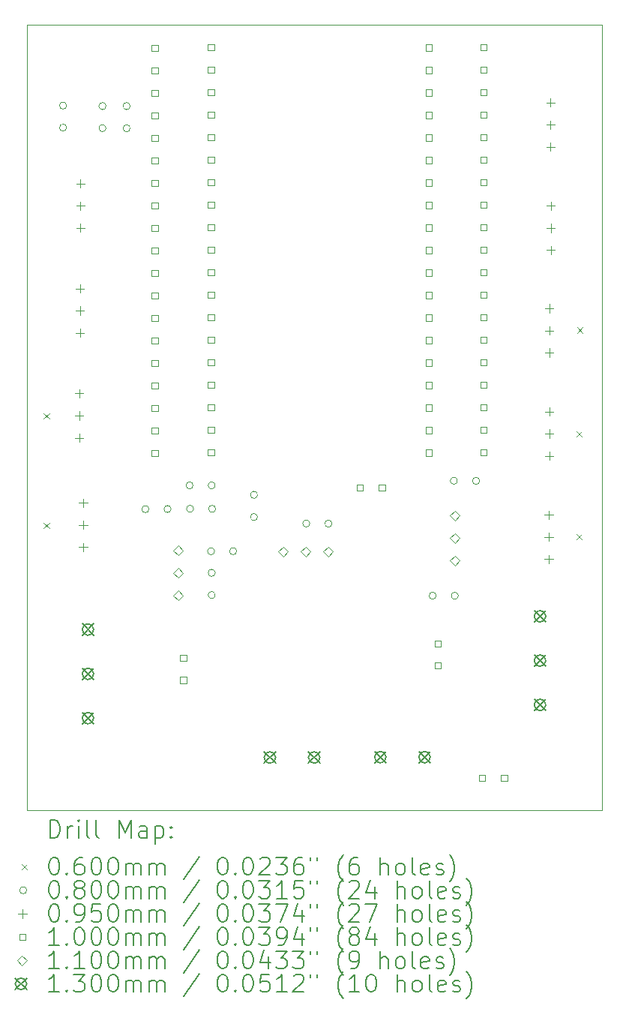
<source format=gbr>
%TF.GenerationSoftware,KiCad,Pcbnew,8.0.1*%
%TF.CreationDate,2025-03-07T04:44:03+02:00*%
%TF.ProjectId,ROBOSOCCER 3,524f424f-534f-4434-9345-5220332e6b69,rev?*%
%TF.SameCoordinates,Original*%
%TF.FileFunction,Drillmap*%
%TF.FilePolarity,Positive*%
%FSLAX45Y45*%
G04 Gerber Fmt 4.5, Leading zero omitted, Abs format (unit mm)*
G04 Created by KiCad (PCBNEW 8.0.1) date 2025-03-07 04:44:03*
%MOMM*%
%LPD*%
G01*
G04 APERTURE LIST*
%ADD10C,0.050000*%
%ADD11C,0.200000*%
%ADD12C,0.100000*%
%ADD13C,0.110000*%
%ADD14C,0.130000*%
G04 APERTURE END LIST*
D10*
X7168000Y-8035000D02*
X13661000Y-8035000D01*
X13661000Y-16898000D01*
X7168000Y-16898000D01*
X7168000Y-8035000D01*
D11*
D12*
X7358000Y-12420000D02*
X7418000Y-12480000D01*
X7418000Y-12420000D02*
X7358000Y-12480000D01*
X7358000Y-13656000D02*
X7418000Y-13716000D01*
X7418000Y-13656000D02*
X7358000Y-13716000D01*
X13376000Y-12623000D02*
X13436000Y-12683000D01*
X13436000Y-12623000D02*
X13376000Y-12683000D01*
X13377000Y-13787000D02*
X13437000Y-13847000D01*
X13437000Y-13787000D02*
X13377000Y-13847000D01*
X13377000Y-13787000D02*
X13437000Y-13847000D01*
X13437000Y-13787000D02*
X13377000Y-13847000D01*
X13379000Y-11452000D02*
X13439000Y-11512000D01*
X13439000Y-11452000D02*
X13379000Y-11512000D01*
X7615000Y-8947000D02*
G75*
G02*
X7535000Y-8947000I-40000J0D01*
G01*
X7535000Y-8947000D02*
G75*
G02*
X7615000Y-8947000I40000J0D01*
G01*
X7615000Y-9197000D02*
G75*
G02*
X7535000Y-9197000I-40000J0D01*
G01*
X7535000Y-9197000D02*
G75*
G02*
X7615000Y-9197000I40000J0D01*
G01*
X8060000Y-8953000D02*
G75*
G02*
X7980000Y-8953000I-40000J0D01*
G01*
X7980000Y-8953000D02*
G75*
G02*
X8060000Y-8953000I40000J0D01*
G01*
X8060000Y-9203000D02*
G75*
G02*
X7980000Y-9203000I-40000J0D01*
G01*
X7980000Y-9203000D02*
G75*
G02*
X8060000Y-9203000I40000J0D01*
G01*
X8333000Y-8954000D02*
G75*
G02*
X8253000Y-8954000I-40000J0D01*
G01*
X8253000Y-8954000D02*
G75*
G02*
X8333000Y-8954000I40000J0D01*
G01*
X8333000Y-9204000D02*
G75*
G02*
X8253000Y-9204000I-40000J0D01*
G01*
X8253000Y-9204000D02*
G75*
G02*
X8333000Y-9204000I40000J0D01*
G01*
X8545000Y-13502000D02*
G75*
G02*
X8465000Y-13502000I-40000J0D01*
G01*
X8465000Y-13502000D02*
G75*
G02*
X8545000Y-13502000I40000J0D01*
G01*
X8795000Y-13502000D02*
G75*
G02*
X8715000Y-13502000I-40000J0D01*
G01*
X8715000Y-13502000D02*
G75*
G02*
X8795000Y-13502000I40000J0D01*
G01*
X9044000Y-13234000D02*
G75*
G02*
X8964000Y-13234000I-40000J0D01*
G01*
X8964000Y-13234000D02*
G75*
G02*
X9044000Y-13234000I40000J0D01*
G01*
X9049000Y-13499000D02*
G75*
G02*
X8969000Y-13499000I-40000J0D01*
G01*
X8969000Y-13499000D02*
G75*
G02*
X9049000Y-13499000I40000J0D01*
G01*
X9286000Y-13977000D02*
G75*
G02*
X9206000Y-13977000I-40000J0D01*
G01*
X9206000Y-13977000D02*
G75*
G02*
X9286000Y-13977000I40000J0D01*
G01*
X9294000Y-13234000D02*
G75*
G02*
X9214000Y-13234000I-40000J0D01*
G01*
X9214000Y-13234000D02*
G75*
G02*
X9294000Y-13234000I40000J0D01*
G01*
X9294000Y-14222000D02*
G75*
G02*
X9214000Y-14222000I-40000J0D01*
G01*
X9214000Y-14222000D02*
G75*
G02*
X9294000Y-14222000I40000J0D01*
G01*
X9294000Y-14472000D02*
G75*
G02*
X9214000Y-14472000I-40000J0D01*
G01*
X9214000Y-14472000D02*
G75*
G02*
X9294000Y-14472000I40000J0D01*
G01*
X9299000Y-13499000D02*
G75*
G02*
X9219000Y-13499000I-40000J0D01*
G01*
X9219000Y-13499000D02*
G75*
G02*
X9299000Y-13499000I40000J0D01*
G01*
X9536000Y-13977000D02*
G75*
G02*
X9456000Y-13977000I-40000J0D01*
G01*
X9456000Y-13977000D02*
G75*
G02*
X9536000Y-13977000I40000J0D01*
G01*
X9771000Y-13341000D02*
G75*
G02*
X9691000Y-13341000I-40000J0D01*
G01*
X9691000Y-13341000D02*
G75*
G02*
X9771000Y-13341000I40000J0D01*
G01*
X9771000Y-13591000D02*
G75*
G02*
X9691000Y-13591000I-40000J0D01*
G01*
X9691000Y-13591000D02*
G75*
G02*
X9771000Y-13591000I40000J0D01*
G01*
X10362000Y-13665000D02*
G75*
G02*
X10282000Y-13665000I-40000J0D01*
G01*
X10282000Y-13665000D02*
G75*
G02*
X10362000Y-13665000I40000J0D01*
G01*
X10612000Y-13665000D02*
G75*
G02*
X10532000Y-13665000I-40000J0D01*
G01*
X10532000Y-13665000D02*
G75*
G02*
X10612000Y-13665000I40000J0D01*
G01*
X11789000Y-14480000D02*
G75*
G02*
X11709000Y-14480000I-40000J0D01*
G01*
X11709000Y-14480000D02*
G75*
G02*
X11789000Y-14480000I40000J0D01*
G01*
X12029000Y-13183000D02*
G75*
G02*
X11949000Y-13183000I-40000J0D01*
G01*
X11949000Y-13183000D02*
G75*
G02*
X12029000Y-13183000I40000J0D01*
G01*
X12039000Y-14480000D02*
G75*
G02*
X11959000Y-14480000I-40000J0D01*
G01*
X11959000Y-14480000D02*
G75*
G02*
X12039000Y-14480000I40000J0D01*
G01*
X12279000Y-13183000D02*
G75*
G02*
X12199000Y-13183000I-40000J0D01*
G01*
X12199000Y-13183000D02*
G75*
G02*
X12279000Y-13183000I40000J0D01*
G01*
X7758000Y-12149500D02*
X7758000Y-12244500D01*
X7710500Y-12197000D02*
X7805500Y-12197000D01*
X7758000Y-12399500D02*
X7758000Y-12494500D01*
X7710500Y-12447000D02*
X7805500Y-12447000D01*
X7758000Y-12649500D02*
X7758000Y-12744500D01*
X7710500Y-12697000D02*
X7805500Y-12697000D01*
X7766000Y-10964500D02*
X7766000Y-11059500D01*
X7718500Y-11012000D02*
X7813500Y-11012000D01*
X7766000Y-11214500D02*
X7766000Y-11309500D01*
X7718500Y-11262000D02*
X7813500Y-11262000D01*
X7766000Y-11464500D02*
X7766000Y-11559500D01*
X7718500Y-11512000D02*
X7813500Y-11512000D01*
X7771000Y-9780500D02*
X7771000Y-9875500D01*
X7723500Y-9828000D02*
X7818500Y-9828000D01*
X7771000Y-10030500D02*
X7771000Y-10125500D01*
X7723500Y-10078000D02*
X7818500Y-10078000D01*
X7771000Y-10280500D02*
X7771000Y-10375500D01*
X7723500Y-10328000D02*
X7818500Y-10328000D01*
X7802000Y-13383500D02*
X7802000Y-13478500D01*
X7754500Y-13431000D02*
X7849500Y-13431000D01*
X7802000Y-13633500D02*
X7802000Y-13728500D01*
X7754500Y-13681000D02*
X7849500Y-13681000D01*
X7802000Y-13883500D02*
X7802000Y-13978500D01*
X7754500Y-13931000D02*
X7849500Y-13931000D01*
X13060000Y-13519500D02*
X13060000Y-13614500D01*
X13012500Y-13567000D02*
X13107500Y-13567000D01*
X13060000Y-13769500D02*
X13060000Y-13864500D01*
X13012500Y-13817000D02*
X13107500Y-13817000D01*
X13060000Y-14019500D02*
X13060000Y-14114500D01*
X13012500Y-14067000D02*
X13107500Y-14067000D01*
X13065000Y-11188500D02*
X13065000Y-11283500D01*
X13017500Y-11236000D02*
X13112500Y-11236000D01*
X13065000Y-11438500D02*
X13065000Y-11533500D01*
X13017500Y-11486000D02*
X13112500Y-11486000D01*
X13065000Y-11688500D02*
X13065000Y-11783500D01*
X13017500Y-11736000D02*
X13112500Y-11736000D01*
X13065000Y-12353500D02*
X13065000Y-12448500D01*
X13017500Y-12401000D02*
X13112500Y-12401000D01*
X13065000Y-12603500D02*
X13065000Y-12698500D01*
X13017500Y-12651000D02*
X13112500Y-12651000D01*
X13065000Y-12853500D02*
X13065000Y-12948500D01*
X13017500Y-12901000D02*
X13112500Y-12901000D01*
X13081000Y-8865500D02*
X13081000Y-8960500D01*
X13033500Y-8913000D02*
X13128500Y-8913000D01*
X13081000Y-9115500D02*
X13081000Y-9210500D01*
X13033500Y-9163000D02*
X13128500Y-9163000D01*
X13081000Y-9365500D02*
X13081000Y-9460500D01*
X13033500Y-9413000D02*
X13128500Y-9413000D01*
X13084000Y-10032500D02*
X13084000Y-10127500D01*
X13036500Y-10080000D02*
X13131500Y-10080000D01*
X13084000Y-10282500D02*
X13084000Y-10377500D01*
X13036500Y-10330000D02*
X13131500Y-10330000D01*
X13084000Y-10532500D02*
X13084000Y-10627500D01*
X13036500Y-10580000D02*
X13131500Y-10580000D01*
X8647356Y-8331356D02*
X8647356Y-8260644D01*
X8576644Y-8260644D01*
X8576644Y-8331356D01*
X8647356Y-8331356D01*
X8647356Y-8585356D02*
X8647356Y-8514644D01*
X8576644Y-8514644D01*
X8576644Y-8585356D01*
X8647356Y-8585356D01*
X8647356Y-8839356D02*
X8647356Y-8768644D01*
X8576644Y-8768644D01*
X8576644Y-8839356D01*
X8647356Y-8839356D01*
X8647356Y-9093356D02*
X8647356Y-9022644D01*
X8576644Y-9022644D01*
X8576644Y-9093356D01*
X8647356Y-9093356D01*
X8647356Y-9347356D02*
X8647356Y-9276644D01*
X8576644Y-9276644D01*
X8576644Y-9347356D01*
X8647356Y-9347356D01*
X8647356Y-9601356D02*
X8647356Y-9530644D01*
X8576644Y-9530644D01*
X8576644Y-9601356D01*
X8647356Y-9601356D01*
X8647356Y-9855356D02*
X8647356Y-9784644D01*
X8576644Y-9784644D01*
X8576644Y-9855356D01*
X8647356Y-9855356D01*
X8647356Y-10109356D02*
X8647356Y-10038644D01*
X8576644Y-10038644D01*
X8576644Y-10109356D01*
X8647356Y-10109356D01*
X8647356Y-10363356D02*
X8647356Y-10292644D01*
X8576644Y-10292644D01*
X8576644Y-10363356D01*
X8647356Y-10363356D01*
X8647356Y-10617356D02*
X8647356Y-10546644D01*
X8576644Y-10546644D01*
X8576644Y-10617356D01*
X8647356Y-10617356D01*
X8647356Y-10871356D02*
X8647356Y-10800644D01*
X8576644Y-10800644D01*
X8576644Y-10871356D01*
X8647356Y-10871356D01*
X8647356Y-11125356D02*
X8647356Y-11054644D01*
X8576644Y-11054644D01*
X8576644Y-11125356D01*
X8647356Y-11125356D01*
X8647356Y-11379356D02*
X8647356Y-11308644D01*
X8576644Y-11308644D01*
X8576644Y-11379356D01*
X8647356Y-11379356D01*
X8647356Y-11633356D02*
X8647356Y-11562644D01*
X8576644Y-11562644D01*
X8576644Y-11633356D01*
X8647356Y-11633356D01*
X8647356Y-11887356D02*
X8647356Y-11816644D01*
X8576644Y-11816644D01*
X8576644Y-11887356D01*
X8647356Y-11887356D01*
X8647356Y-12141356D02*
X8647356Y-12070644D01*
X8576644Y-12070644D01*
X8576644Y-12141356D01*
X8647356Y-12141356D01*
X8647356Y-12395356D02*
X8647356Y-12324644D01*
X8576644Y-12324644D01*
X8576644Y-12395356D01*
X8647356Y-12395356D01*
X8647356Y-12649356D02*
X8647356Y-12578644D01*
X8576644Y-12578644D01*
X8576644Y-12649356D01*
X8647356Y-12649356D01*
X8647356Y-12903356D02*
X8647356Y-12832644D01*
X8576644Y-12832644D01*
X8576644Y-12903356D01*
X8647356Y-12903356D01*
X8969356Y-15217356D02*
X8969356Y-15146644D01*
X8898644Y-15146644D01*
X8898644Y-15217356D01*
X8969356Y-15217356D01*
X8969356Y-15467356D02*
X8969356Y-15396644D01*
X8898644Y-15396644D01*
X8898644Y-15467356D01*
X8969356Y-15467356D01*
X9280356Y-8326356D02*
X9280356Y-8255644D01*
X9209644Y-8255644D01*
X9209644Y-8326356D01*
X9280356Y-8326356D01*
X9280356Y-8580356D02*
X9280356Y-8509644D01*
X9209644Y-8509644D01*
X9209644Y-8580356D01*
X9280356Y-8580356D01*
X9280356Y-8834356D02*
X9280356Y-8763644D01*
X9209644Y-8763644D01*
X9209644Y-8834356D01*
X9280356Y-8834356D01*
X9280356Y-9088356D02*
X9280356Y-9017644D01*
X9209644Y-9017644D01*
X9209644Y-9088356D01*
X9280356Y-9088356D01*
X9280356Y-9342356D02*
X9280356Y-9271644D01*
X9209644Y-9271644D01*
X9209644Y-9342356D01*
X9280356Y-9342356D01*
X9280356Y-9596356D02*
X9280356Y-9525644D01*
X9209644Y-9525644D01*
X9209644Y-9596356D01*
X9280356Y-9596356D01*
X9280356Y-9850356D02*
X9280356Y-9779644D01*
X9209644Y-9779644D01*
X9209644Y-9850356D01*
X9280356Y-9850356D01*
X9280356Y-10104356D02*
X9280356Y-10033644D01*
X9209644Y-10033644D01*
X9209644Y-10104356D01*
X9280356Y-10104356D01*
X9280356Y-10358356D02*
X9280356Y-10287644D01*
X9209644Y-10287644D01*
X9209644Y-10358356D01*
X9280356Y-10358356D01*
X9280356Y-10612356D02*
X9280356Y-10541644D01*
X9209644Y-10541644D01*
X9209644Y-10612356D01*
X9280356Y-10612356D01*
X9280356Y-10866356D02*
X9280356Y-10795644D01*
X9209644Y-10795644D01*
X9209644Y-10866356D01*
X9280356Y-10866356D01*
X9280356Y-11120356D02*
X9280356Y-11049644D01*
X9209644Y-11049644D01*
X9209644Y-11120356D01*
X9280356Y-11120356D01*
X9280356Y-11374356D02*
X9280356Y-11303644D01*
X9209644Y-11303644D01*
X9209644Y-11374356D01*
X9280356Y-11374356D01*
X9280356Y-11628356D02*
X9280356Y-11557644D01*
X9209644Y-11557644D01*
X9209644Y-11628356D01*
X9280356Y-11628356D01*
X9280356Y-11882356D02*
X9280356Y-11811644D01*
X9209644Y-11811644D01*
X9209644Y-11882356D01*
X9280356Y-11882356D01*
X9280356Y-12136356D02*
X9280356Y-12065644D01*
X9209644Y-12065644D01*
X9209644Y-12136356D01*
X9280356Y-12136356D01*
X9280356Y-12390356D02*
X9280356Y-12319644D01*
X9209644Y-12319644D01*
X9209644Y-12390356D01*
X9280356Y-12390356D01*
X9280356Y-12644356D02*
X9280356Y-12573644D01*
X9209644Y-12573644D01*
X9209644Y-12644356D01*
X9280356Y-12644356D01*
X9280356Y-12898356D02*
X9280356Y-12827644D01*
X9209644Y-12827644D01*
X9209644Y-12898356D01*
X9280356Y-12898356D01*
X10962356Y-13297356D02*
X10962356Y-13226644D01*
X10891644Y-13226644D01*
X10891644Y-13297356D01*
X10962356Y-13297356D01*
X11212356Y-13297356D02*
X11212356Y-13226644D01*
X11141644Y-13226644D01*
X11141644Y-13297356D01*
X11212356Y-13297356D01*
X11739356Y-8329356D02*
X11739356Y-8258644D01*
X11668644Y-8258644D01*
X11668644Y-8329356D01*
X11739356Y-8329356D01*
X11739356Y-8583356D02*
X11739356Y-8512644D01*
X11668644Y-8512644D01*
X11668644Y-8583356D01*
X11739356Y-8583356D01*
X11739356Y-8837356D02*
X11739356Y-8766644D01*
X11668644Y-8766644D01*
X11668644Y-8837356D01*
X11739356Y-8837356D01*
X11739356Y-9091356D02*
X11739356Y-9020644D01*
X11668644Y-9020644D01*
X11668644Y-9091356D01*
X11739356Y-9091356D01*
X11739356Y-9345356D02*
X11739356Y-9274644D01*
X11668644Y-9274644D01*
X11668644Y-9345356D01*
X11739356Y-9345356D01*
X11739356Y-9599356D02*
X11739356Y-9528644D01*
X11668644Y-9528644D01*
X11668644Y-9599356D01*
X11739356Y-9599356D01*
X11739356Y-9853356D02*
X11739356Y-9782644D01*
X11668644Y-9782644D01*
X11668644Y-9853356D01*
X11739356Y-9853356D01*
X11739356Y-10107356D02*
X11739356Y-10036644D01*
X11668644Y-10036644D01*
X11668644Y-10107356D01*
X11739356Y-10107356D01*
X11739356Y-10361356D02*
X11739356Y-10290644D01*
X11668644Y-10290644D01*
X11668644Y-10361356D01*
X11739356Y-10361356D01*
X11739356Y-10615356D02*
X11739356Y-10544644D01*
X11668644Y-10544644D01*
X11668644Y-10615356D01*
X11739356Y-10615356D01*
X11739356Y-10869356D02*
X11739356Y-10798644D01*
X11668644Y-10798644D01*
X11668644Y-10869356D01*
X11739356Y-10869356D01*
X11739356Y-11123356D02*
X11739356Y-11052644D01*
X11668644Y-11052644D01*
X11668644Y-11123356D01*
X11739356Y-11123356D01*
X11739356Y-11377356D02*
X11739356Y-11306644D01*
X11668644Y-11306644D01*
X11668644Y-11377356D01*
X11739356Y-11377356D01*
X11739356Y-11631356D02*
X11739356Y-11560644D01*
X11668644Y-11560644D01*
X11668644Y-11631356D01*
X11739356Y-11631356D01*
X11739356Y-11885356D02*
X11739356Y-11814644D01*
X11668644Y-11814644D01*
X11668644Y-11885356D01*
X11739356Y-11885356D01*
X11739356Y-12139356D02*
X11739356Y-12068644D01*
X11668644Y-12068644D01*
X11668644Y-12139356D01*
X11739356Y-12139356D01*
X11739356Y-12393356D02*
X11739356Y-12322644D01*
X11668644Y-12322644D01*
X11668644Y-12393356D01*
X11739356Y-12393356D01*
X11739356Y-12647356D02*
X11739356Y-12576644D01*
X11668644Y-12576644D01*
X11668644Y-12647356D01*
X11739356Y-12647356D01*
X11739356Y-12901356D02*
X11739356Y-12830644D01*
X11668644Y-12830644D01*
X11668644Y-12901356D01*
X11739356Y-12901356D01*
X11840356Y-15054356D02*
X11840356Y-14983644D01*
X11769644Y-14983644D01*
X11769644Y-15054356D01*
X11840356Y-15054356D01*
X11840356Y-15304356D02*
X11840356Y-15233644D01*
X11769644Y-15233644D01*
X11769644Y-15304356D01*
X11840356Y-15304356D01*
X12343356Y-16572356D02*
X12343356Y-16501644D01*
X12272644Y-16501644D01*
X12272644Y-16572356D01*
X12343356Y-16572356D01*
X12357356Y-8325356D02*
X12357356Y-8254644D01*
X12286644Y-8254644D01*
X12286644Y-8325356D01*
X12357356Y-8325356D01*
X12357356Y-8579356D02*
X12357356Y-8508644D01*
X12286644Y-8508644D01*
X12286644Y-8579356D01*
X12357356Y-8579356D01*
X12357356Y-8833356D02*
X12357356Y-8762644D01*
X12286644Y-8762644D01*
X12286644Y-8833356D01*
X12357356Y-8833356D01*
X12357356Y-9087356D02*
X12357356Y-9016644D01*
X12286644Y-9016644D01*
X12286644Y-9087356D01*
X12357356Y-9087356D01*
X12357356Y-9341356D02*
X12357356Y-9270644D01*
X12286644Y-9270644D01*
X12286644Y-9341356D01*
X12357356Y-9341356D01*
X12357356Y-9595356D02*
X12357356Y-9524644D01*
X12286644Y-9524644D01*
X12286644Y-9595356D01*
X12357356Y-9595356D01*
X12357356Y-9849356D02*
X12357356Y-9778644D01*
X12286644Y-9778644D01*
X12286644Y-9849356D01*
X12357356Y-9849356D01*
X12357356Y-10103356D02*
X12357356Y-10032644D01*
X12286644Y-10032644D01*
X12286644Y-10103356D01*
X12357356Y-10103356D01*
X12357356Y-10357356D02*
X12357356Y-10286644D01*
X12286644Y-10286644D01*
X12286644Y-10357356D01*
X12357356Y-10357356D01*
X12357356Y-10611356D02*
X12357356Y-10540644D01*
X12286644Y-10540644D01*
X12286644Y-10611356D01*
X12357356Y-10611356D01*
X12357356Y-10865356D02*
X12357356Y-10794644D01*
X12286644Y-10794644D01*
X12286644Y-10865356D01*
X12357356Y-10865356D01*
X12357356Y-11119356D02*
X12357356Y-11048644D01*
X12286644Y-11048644D01*
X12286644Y-11119356D01*
X12357356Y-11119356D01*
X12357356Y-11373356D02*
X12357356Y-11302644D01*
X12286644Y-11302644D01*
X12286644Y-11373356D01*
X12357356Y-11373356D01*
X12357356Y-11627356D02*
X12357356Y-11556644D01*
X12286644Y-11556644D01*
X12286644Y-11627356D01*
X12357356Y-11627356D01*
X12357356Y-11881356D02*
X12357356Y-11810644D01*
X12286644Y-11810644D01*
X12286644Y-11881356D01*
X12357356Y-11881356D01*
X12357356Y-12135356D02*
X12357356Y-12064644D01*
X12286644Y-12064644D01*
X12286644Y-12135356D01*
X12357356Y-12135356D01*
X12357356Y-12389356D02*
X12357356Y-12318644D01*
X12286644Y-12318644D01*
X12286644Y-12389356D01*
X12357356Y-12389356D01*
X12357356Y-12643356D02*
X12357356Y-12572644D01*
X12286644Y-12572644D01*
X12286644Y-12643356D01*
X12357356Y-12643356D01*
X12357356Y-12897356D02*
X12357356Y-12826644D01*
X12286644Y-12826644D01*
X12286644Y-12897356D01*
X12357356Y-12897356D01*
X12593356Y-16572356D02*
X12593356Y-16501644D01*
X12522644Y-16501644D01*
X12522644Y-16572356D01*
X12593356Y-16572356D01*
D13*
X8875000Y-14022000D02*
X8930000Y-13967000D01*
X8875000Y-13912000D01*
X8820000Y-13967000D01*
X8875000Y-14022000D01*
X8875000Y-14276000D02*
X8930000Y-14221000D01*
X8875000Y-14166000D01*
X8820000Y-14221000D01*
X8875000Y-14276000D01*
X8875000Y-14530000D02*
X8930000Y-14475000D01*
X8875000Y-14420000D01*
X8820000Y-14475000D01*
X8875000Y-14530000D01*
X10060000Y-14035000D02*
X10115000Y-13980000D01*
X10060000Y-13925000D01*
X10005000Y-13980000D01*
X10060000Y-14035000D01*
X10314000Y-14035000D02*
X10369000Y-13980000D01*
X10314000Y-13925000D01*
X10259000Y-13980000D01*
X10314000Y-14035000D01*
X10568000Y-14035000D02*
X10623000Y-13980000D01*
X10568000Y-13925000D01*
X10513000Y-13980000D01*
X10568000Y-14035000D01*
X11999000Y-13629000D02*
X12054000Y-13574000D01*
X11999000Y-13519000D01*
X11944000Y-13574000D01*
X11999000Y-13629000D01*
X11999000Y-13883000D02*
X12054000Y-13828000D01*
X11999000Y-13773000D01*
X11944000Y-13828000D01*
X11999000Y-13883000D01*
X11999000Y-14137000D02*
X12054000Y-14082000D01*
X11999000Y-14027000D01*
X11944000Y-14082000D01*
X11999000Y-14137000D01*
D14*
X7791500Y-14796000D02*
X7921500Y-14926000D01*
X7921500Y-14796000D02*
X7791500Y-14926000D01*
X7921500Y-14861000D02*
G75*
G02*
X7791500Y-14861000I-65000J0D01*
G01*
X7791500Y-14861000D02*
G75*
G02*
X7921500Y-14861000I65000J0D01*
G01*
X7791500Y-15296000D02*
X7921500Y-15426000D01*
X7921500Y-15296000D02*
X7791500Y-15426000D01*
X7921500Y-15361000D02*
G75*
G02*
X7791500Y-15361000I-65000J0D01*
G01*
X7791500Y-15361000D02*
G75*
G02*
X7921500Y-15361000I65000J0D01*
G01*
X7791500Y-15796000D02*
X7921500Y-15926000D01*
X7921500Y-15796000D02*
X7791500Y-15926000D01*
X7921500Y-15861000D02*
G75*
G02*
X7791500Y-15861000I-65000J0D01*
G01*
X7791500Y-15861000D02*
G75*
G02*
X7921500Y-15861000I65000J0D01*
G01*
X9846000Y-16240500D02*
X9976000Y-16370500D01*
X9976000Y-16240500D02*
X9846000Y-16370500D01*
X9976000Y-16305500D02*
G75*
G02*
X9846000Y-16305500I-65000J0D01*
G01*
X9846000Y-16305500D02*
G75*
G02*
X9976000Y-16305500I65000J0D01*
G01*
X10346000Y-16240500D02*
X10476000Y-16370500D01*
X10476000Y-16240500D02*
X10346000Y-16370500D01*
X10476000Y-16305500D02*
G75*
G02*
X10346000Y-16305500I-65000J0D01*
G01*
X10346000Y-16305500D02*
G75*
G02*
X10476000Y-16305500I65000J0D01*
G01*
X11093000Y-16236500D02*
X11223000Y-16366500D01*
X11223000Y-16236500D02*
X11093000Y-16366500D01*
X11223000Y-16301500D02*
G75*
G02*
X11093000Y-16301500I-65000J0D01*
G01*
X11093000Y-16301500D02*
G75*
G02*
X11223000Y-16301500I65000J0D01*
G01*
X11593000Y-16236500D02*
X11723000Y-16366500D01*
X11723000Y-16236500D02*
X11593000Y-16366500D01*
X11723000Y-16301500D02*
G75*
G02*
X11593000Y-16301500I-65000J0D01*
G01*
X11593000Y-16301500D02*
G75*
G02*
X11723000Y-16301500I65000J0D01*
G01*
X12896500Y-14647000D02*
X13026500Y-14777000D01*
X13026500Y-14647000D02*
X12896500Y-14777000D01*
X13026500Y-14712000D02*
G75*
G02*
X12896500Y-14712000I-65000J0D01*
G01*
X12896500Y-14712000D02*
G75*
G02*
X13026500Y-14712000I65000J0D01*
G01*
X12896500Y-15147000D02*
X13026500Y-15277000D01*
X13026500Y-15147000D02*
X12896500Y-15277000D01*
X13026500Y-15212000D02*
G75*
G02*
X12896500Y-15212000I-65000J0D01*
G01*
X12896500Y-15212000D02*
G75*
G02*
X13026500Y-15212000I65000J0D01*
G01*
X12896500Y-15647000D02*
X13026500Y-15777000D01*
X13026500Y-15647000D02*
X12896500Y-15777000D01*
X13026500Y-15712000D02*
G75*
G02*
X12896500Y-15712000I-65000J0D01*
G01*
X12896500Y-15712000D02*
G75*
G02*
X13026500Y-15712000I65000J0D01*
G01*
D11*
X7426277Y-17211984D02*
X7426277Y-17011984D01*
X7426277Y-17011984D02*
X7473896Y-17011984D01*
X7473896Y-17011984D02*
X7502467Y-17021508D01*
X7502467Y-17021508D02*
X7521515Y-17040555D01*
X7521515Y-17040555D02*
X7531039Y-17059603D01*
X7531039Y-17059603D02*
X7540562Y-17097698D01*
X7540562Y-17097698D02*
X7540562Y-17126270D01*
X7540562Y-17126270D02*
X7531039Y-17164365D01*
X7531039Y-17164365D02*
X7521515Y-17183412D01*
X7521515Y-17183412D02*
X7502467Y-17202460D01*
X7502467Y-17202460D02*
X7473896Y-17211984D01*
X7473896Y-17211984D02*
X7426277Y-17211984D01*
X7626277Y-17211984D02*
X7626277Y-17078650D01*
X7626277Y-17116746D02*
X7635801Y-17097698D01*
X7635801Y-17097698D02*
X7645324Y-17088174D01*
X7645324Y-17088174D02*
X7664372Y-17078650D01*
X7664372Y-17078650D02*
X7683420Y-17078650D01*
X7750086Y-17211984D02*
X7750086Y-17078650D01*
X7750086Y-17011984D02*
X7740562Y-17021508D01*
X7740562Y-17021508D02*
X7750086Y-17031031D01*
X7750086Y-17031031D02*
X7759610Y-17021508D01*
X7759610Y-17021508D02*
X7750086Y-17011984D01*
X7750086Y-17011984D02*
X7750086Y-17031031D01*
X7873896Y-17211984D02*
X7854848Y-17202460D01*
X7854848Y-17202460D02*
X7845324Y-17183412D01*
X7845324Y-17183412D02*
X7845324Y-17011984D01*
X7978658Y-17211984D02*
X7959610Y-17202460D01*
X7959610Y-17202460D02*
X7950086Y-17183412D01*
X7950086Y-17183412D02*
X7950086Y-17011984D01*
X8207229Y-17211984D02*
X8207229Y-17011984D01*
X8207229Y-17011984D02*
X8273896Y-17154841D01*
X8273896Y-17154841D02*
X8340562Y-17011984D01*
X8340562Y-17011984D02*
X8340562Y-17211984D01*
X8521515Y-17211984D02*
X8521515Y-17107222D01*
X8521515Y-17107222D02*
X8511991Y-17088174D01*
X8511991Y-17088174D02*
X8492944Y-17078650D01*
X8492944Y-17078650D02*
X8454848Y-17078650D01*
X8454848Y-17078650D02*
X8435801Y-17088174D01*
X8521515Y-17202460D02*
X8502467Y-17211984D01*
X8502467Y-17211984D02*
X8454848Y-17211984D01*
X8454848Y-17211984D02*
X8435801Y-17202460D01*
X8435801Y-17202460D02*
X8426277Y-17183412D01*
X8426277Y-17183412D02*
X8426277Y-17164365D01*
X8426277Y-17164365D02*
X8435801Y-17145317D01*
X8435801Y-17145317D02*
X8454848Y-17135793D01*
X8454848Y-17135793D02*
X8502467Y-17135793D01*
X8502467Y-17135793D02*
X8521515Y-17126270D01*
X8616753Y-17078650D02*
X8616753Y-17278650D01*
X8616753Y-17088174D02*
X8635801Y-17078650D01*
X8635801Y-17078650D02*
X8673896Y-17078650D01*
X8673896Y-17078650D02*
X8692944Y-17088174D01*
X8692944Y-17088174D02*
X8702467Y-17097698D01*
X8702467Y-17097698D02*
X8711991Y-17116746D01*
X8711991Y-17116746D02*
X8711991Y-17173889D01*
X8711991Y-17173889D02*
X8702467Y-17192936D01*
X8702467Y-17192936D02*
X8692944Y-17202460D01*
X8692944Y-17202460D02*
X8673896Y-17211984D01*
X8673896Y-17211984D02*
X8635801Y-17211984D01*
X8635801Y-17211984D02*
X8616753Y-17202460D01*
X8797705Y-17192936D02*
X8807229Y-17202460D01*
X8807229Y-17202460D02*
X8797705Y-17211984D01*
X8797705Y-17211984D02*
X8788182Y-17202460D01*
X8788182Y-17202460D02*
X8797705Y-17192936D01*
X8797705Y-17192936D02*
X8797705Y-17211984D01*
X8797705Y-17088174D02*
X8807229Y-17097698D01*
X8807229Y-17097698D02*
X8797705Y-17107222D01*
X8797705Y-17107222D02*
X8788182Y-17097698D01*
X8788182Y-17097698D02*
X8797705Y-17088174D01*
X8797705Y-17088174D02*
X8797705Y-17107222D01*
D12*
X7105500Y-17510500D02*
X7165500Y-17570500D01*
X7165500Y-17510500D02*
X7105500Y-17570500D01*
D11*
X7464372Y-17431984D02*
X7483420Y-17431984D01*
X7483420Y-17431984D02*
X7502467Y-17441508D01*
X7502467Y-17441508D02*
X7511991Y-17451031D01*
X7511991Y-17451031D02*
X7521515Y-17470079D01*
X7521515Y-17470079D02*
X7531039Y-17508174D01*
X7531039Y-17508174D02*
X7531039Y-17555793D01*
X7531039Y-17555793D02*
X7521515Y-17593889D01*
X7521515Y-17593889D02*
X7511991Y-17612936D01*
X7511991Y-17612936D02*
X7502467Y-17622460D01*
X7502467Y-17622460D02*
X7483420Y-17631984D01*
X7483420Y-17631984D02*
X7464372Y-17631984D01*
X7464372Y-17631984D02*
X7445324Y-17622460D01*
X7445324Y-17622460D02*
X7435801Y-17612936D01*
X7435801Y-17612936D02*
X7426277Y-17593889D01*
X7426277Y-17593889D02*
X7416753Y-17555793D01*
X7416753Y-17555793D02*
X7416753Y-17508174D01*
X7416753Y-17508174D02*
X7426277Y-17470079D01*
X7426277Y-17470079D02*
X7435801Y-17451031D01*
X7435801Y-17451031D02*
X7445324Y-17441508D01*
X7445324Y-17441508D02*
X7464372Y-17431984D01*
X7616753Y-17612936D02*
X7626277Y-17622460D01*
X7626277Y-17622460D02*
X7616753Y-17631984D01*
X7616753Y-17631984D02*
X7607229Y-17622460D01*
X7607229Y-17622460D02*
X7616753Y-17612936D01*
X7616753Y-17612936D02*
X7616753Y-17631984D01*
X7797705Y-17431984D02*
X7759610Y-17431984D01*
X7759610Y-17431984D02*
X7740562Y-17441508D01*
X7740562Y-17441508D02*
X7731039Y-17451031D01*
X7731039Y-17451031D02*
X7711991Y-17479603D01*
X7711991Y-17479603D02*
X7702467Y-17517698D01*
X7702467Y-17517698D02*
X7702467Y-17593889D01*
X7702467Y-17593889D02*
X7711991Y-17612936D01*
X7711991Y-17612936D02*
X7721515Y-17622460D01*
X7721515Y-17622460D02*
X7740562Y-17631984D01*
X7740562Y-17631984D02*
X7778658Y-17631984D01*
X7778658Y-17631984D02*
X7797705Y-17622460D01*
X7797705Y-17622460D02*
X7807229Y-17612936D01*
X7807229Y-17612936D02*
X7816753Y-17593889D01*
X7816753Y-17593889D02*
X7816753Y-17546270D01*
X7816753Y-17546270D02*
X7807229Y-17527222D01*
X7807229Y-17527222D02*
X7797705Y-17517698D01*
X7797705Y-17517698D02*
X7778658Y-17508174D01*
X7778658Y-17508174D02*
X7740562Y-17508174D01*
X7740562Y-17508174D02*
X7721515Y-17517698D01*
X7721515Y-17517698D02*
X7711991Y-17527222D01*
X7711991Y-17527222D02*
X7702467Y-17546270D01*
X7940562Y-17431984D02*
X7959610Y-17431984D01*
X7959610Y-17431984D02*
X7978658Y-17441508D01*
X7978658Y-17441508D02*
X7988182Y-17451031D01*
X7988182Y-17451031D02*
X7997705Y-17470079D01*
X7997705Y-17470079D02*
X8007229Y-17508174D01*
X8007229Y-17508174D02*
X8007229Y-17555793D01*
X8007229Y-17555793D02*
X7997705Y-17593889D01*
X7997705Y-17593889D02*
X7988182Y-17612936D01*
X7988182Y-17612936D02*
X7978658Y-17622460D01*
X7978658Y-17622460D02*
X7959610Y-17631984D01*
X7959610Y-17631984D02*
X7940562Y-17631984D01*
X7940562Y-17631984D02*
X7921515Y-17622460D01*
X7921515Y-17622460D02*
X7911991Y-17612936D01*
X7911991Y-17612936D02*
X7902467Y-17593889D01*
X7902467Y-17593889D02*
X7892943Y-17555793D01*
X7892943Y-17555793D02*
X7892943Y-17508174D01*
X7892943Y-17508174D02*
X7902467Y-17470079D01*
X7902467Y-17470079D02*
X7911991Y-17451031D01*
X7911991Y-17451031D02*
X7921515Y-17441508D01*
X7921515Y-17441508D02*
X7940562Y-17431984D01*
X8131039Y-17431984D02*
X8150086Y-17431984D01*
X8150086Y-17431984D02*
X8169134Y-17441508D01*
X8169134Y-17441508D02*
X8178658Y-17451031D01*
X8178658Y-17451031D02*
X8188182Y-17470079D01*
X8188182Y-17470079D02*
X8197705Y-17508174D01*
X8197705Y-17508174D02*
X8197705Y-17555793D01*
X8197705Y-17555793D02*
X8188182Y-17593889D01*
X8188182Y-17593889D02*
X8178658Y-17612936D01*
X8178658Y-17612936D02*
X8169134Y-17622460D01*
X8169134Y-17622460D02*
X8150086Y-17631984D01*
X8150086Y-17631984D02*
X8131039Y-17631984D01*
X8131039Y-17631984D02*
X8111991Y-17622460D01*
X8111991Y-17622460D02*
X8102467Y-17612936D01*
X8102467Y-17612936D02*
X8092943Y-17593889D01*
X8092943Y-17593889D02*
X8083420Y-17555793D01*
X8083420Y-17555793D02*
X8083420Y-17508174D01*
X8083420Y-17508174D02*
X8092943Y-17470079D01*
X8092943Y-17470079D02*
X8102467Y-17451031D01*
X8102467Y-17451031D02*
X8111991Y-17441508D01*
X8111991Y-17441508D02*
X8131039Y-17431984D01*
X8283420Y-17631984D02*
X8283420Y-17498650D01*
X8283420Y-17517698D02*
X8292943Y-17508174D01*
X8292943Y-17508174D02*
X8311991Y-17498650D01*
X8311991Y-17498650D02*
X8340563Y-17498650D01*
X8340563Y-17498650D02*
X8359610Y-17508174D01*
X8359610Y-17508174D02*
X8369134Y-17527222D01*
X8369134Y-17527222D02*
X8369134Y-17631984D01*
X8369134Y-17527222D02*
X8378658Y-17508174D01*
X8378658Y-17508174D02*
X8397705Y-17498650D01*
X8397705Y-17498650D02*
X8426277Y-17498650D01*
X8426277Y-17498650D02*
X8445325Y-17508174D01*
X8445325Y-17508174D02*
X8454848Y-17527222D01*
X8454848Y-17527222D02*
X8454848Y-17631984D01*
X8550086Y-17631984D02*
X8550086Y-17498650D01*
X8550086Y-17517698D02*
X8559610Y-17508174D01*
X8559610Y-17508174D02*
X8578658Y-17498650D01*
X8578658Y-17498650D02*
X8607229Y-17498650D01*
X8607229Y-17498650D02*
X8626277Y-17508174D01*
X8626277Y-17508174D02*
X8635801Y-17527222D01*
X8635801Y-17527222D02*
X8635801Y-17631984D01*
X8635801Y-17527222D02*
X8645325Y-17508174D01*
X8645325Y-17508174D02*
X8664372Y-17498650D01*
X8664372Y-17498650D02*
X8692944Y-17498650D01*
X8692944Y-17498650D02*
X8711991Y-17508174D01*
X8711991Y-17508174D02*
X8721515Y-17527222D01*
X8721515Y-17527222D02*
X8721515Y-17631984D01*
X9111991Y-17422460D02*
X8940563Y-17679603D01*
X9369134Y-17431984D02*
X9388182Y-17431984D01*
X9388182Y-17431984D02*
X9407229Y-17441508D01*
X9407229Y-17441508D02*
X9416753Y-17451031D01*
X9416753Y-17451031D02*
X9426277Y-17470079D01*
X9426277Y-17470079D02*
X9435801Y-17508174D01*
X9435801Y-17508174D02*
X9435801Y-17555793D01*
X9435801Y-17555793D02*
X9426277Y-17593889D01*
X9426277Y-17593889D02*
X9416753Y-17612936D01*
X9416753Y-17612936D02*
X9407229Y-17622460D01*
X9407229Y-17622460D02*
X9388182Y-17631984D01*
X9388182Y-17631984D02*
X9369134Y-17631984D01*
X9369134Y-17631984D02*
X9350087Y-17622460D01*
X9350087Y-17622460D02*
X9340563Y-17612936D01*
X9340563Y-17612936D02*
X9331039Y-17593889D01*
X9331039Y-17593889D02*
X9321515Y-17555793D01*
X9321515Y-17555793D02*
X9321515Y-17508174D01*
X9321515Y-17508174D02*
X9331039Y-17470079D01*
X9331039Y-17470079D02*
X9340563Y-17451031D01*
X9340563Y-17451031D02*
X9350087Y-17441508D01*
X9350087Y-17441508D02*
X9369134Y-17431984D01*
X9521515Y-17612936D02*
X9531039Y-17622460D01*
X9531039Y-17622460D02*
X9521515Y-17631984D01*
X9521515Y-17631984D02*
X9511991Y-17622460D01*
X9511991Y-17622460D02*
X9521515Y-17612936D01*
X9521515Y-17612936D02*
X9521515Y-17631984D01*
X9654848Y-17431984D02*
X9673896Y-17431984D01*
X9673896Y-17431984D02*
X9692944Y-17441508D01*
X9692944Y-17441508D02*
X9702468Y-17451031D01*
X9702468Y-17451031D02*
X9711991Y-17470079D01*
X9711991Y-17470079D02*
X9721515Y-17508174D01*
X9721515Y-17508174D02*
X9721515Y-17555793D01*
X9721515Y-17555793D02*
X9711991Y-17593889D01*
X9711991Y-17593889D02*
X9702468Y-17612936D01*
X9702468Y-17612936D02*
X9692944Y-17622460D01*
X9692944Y-17622460D02*
X9673896Y-17631984D01*
X9673896Y-17631984D02*
X9654848Y-17631984D01*
X9654848Y-17631984D02*
X9635801Y-17622460D01*
X9635801Y-17622460D02*
X9626277Y-17612936D01*
X9626277Y-17612936D02*
X9616753Y-17593889D01*
X9616753Y-17593889D02*
X9607229Y-17555793D01*
X9607229Y-17555793D02*
X9607229Y-17508174D01*
X9607229Y-17508174D02*
X9616753Y-17470079D01*
X9616753Y-17470079D02*
X9626277Y-17451031D01*
X9626277Y-17451031D02*
X9635801Y-17441508D01*
X9635801Y-17441508D02*
X9654848Y-17431984D01*
X9797706Y-17451031D02*
X9807229Y-17441508D01*
X9807229Y-17441508D02*
X9826277Y-17431984D01*
X9826277Y-17431984D02*
X9873896Y-17431984D01*
X9873896Y-17431984D02*
X9892944Y-17441508D01*
X9892944Y-17441508D02*
X9902468Y-17451031D01*
X9902468Y-17451031D02*
X9911991Y-17470079D01*
X9911991Y-17470079D02*
X9911991Y-17489127D01*
X9911991Y-17489127D02*
X9902468Y-17517698D01*
X9902468Y-17517698D02*
X9788182Y-17631984D01*
X9788182Y-17631984D02*
X9911991Y-17631984D01*
X9978658Y-17431984D02*
X10102468Y-17431984D01*
X10102468Y-17431984D02*
X10035801Y-17508174D01*
X10035801Y-17508174D02*
X10064372Y-17508174D01*
X10064372Y-17508174D02*
X10083420Y-17517698D01*
X10083420Y-17517698D02*
X10092944Y-17527222D01*
X10092944Y-17527222D02*
X10102468Y-17546270D01*
X10102468Y-17546270D02*
X10102468Y-17593889D01*
X10102468Y-17593889D02*
X10092944Y-17612936D01*
X10092944Y-17612936D02*
X10083420Y-17622460D01*
X10083420Y-17622460D02*
X10064372Y-17631984D01*
X10064372Y-17631984D02*
X10007229Y-17631984D01*
X10007229Y-17631984D02*
X9988182Y-17622460D01*
X9988182Y-17622460D02*
X9978658Y-17612936D01*
X10273896Y-17431984D02*
X10235801Y-17431984D01*
X10235801Y-17431984D02*
X10216753Y-17441508D01*
X10216753Y-17441508D02*
X10207229Y-17451031D01*
X10207229Y-17451031D02*
X10188182Y-17479603D01*
X10188182Y-17479603D02*
X10178658Y-17517698D01*
X10178658Y-17517698D02*
X10178658Y-17593889D01*
X10178658Y-17593889D02*
X10188182Y-17612936D01*
X10188182Y-17612936D02*
X10197706Y-17622460D01*
X10197706Y-17622460D02*
X10216753Y-17631984D01*
X10216753Y-17631984D02*
X10254849Y-17631984D01*
X10254849Y-17631984D02*
X10273896Y-17622460D01*
X10273896Y-17622460D02*
X10283420Y-17612936D01*
X10283420Y-17612936D02*
X10292944Y-17593889D01*
X10292944Y-17593889D02*
X10292944Y-17546270D01*
X10292944Y-17546270D02*
X10283420Y-17527222D01*
X10283420Y-17527222D02*
X10273896Y-17517698D01*
X10273896Y-17517698D02*
X10254849Y-17508174D01*
X10254849Y-17508174D02*
X10216753Y-17508174D01*
X10216753Y-17508174D02*
X10197706Y-17517698D01*
X10197706Y-17517698D02*
X10188182Y-17527222D01*
X10188182Y-17527222D02*
X10178658Y-17546270D01*
X10369134Y-17431984D02*
X10369134Y-17470079D01*
X10445325Y-17431984D02*
X10445325Y-17470079D01*
X10740563Y-17708174D02*
X10731039Y-17698650D01*
X10731039Y-17698650D02*
X10711991Y-17670079D01*
X10711991Y-17670079D02*
X10702468Y-17651031D01*
X10702468Y-17651031D02*
X10692944Y-17622460D01*
X10692944Y-17622460D02*
X10683420Y-17574841D01*
X10683420Y-17574841D02*
X10683420Y-17536746D01*
X10683420Y-17536746D02*
X10692944Y-17489127D01*
X10692944Y-17489127D02*
X10702468Y-17460555D01*
X10702468Y-17460555D02*
X10711991Y-17441508D01*
X10711991Y-17441508D02*
X10731039Y-17412936D01*
X10731039Y-17412936D02*
X10740563Y-17403412D01*
X10902468Y-17431984D02*
X10864372Y-17431984D01*
X10864372Y-17431984D02*
X10845325Y-17441508D01*
X10845325Y-17441508D02*
X10835801Y-17451031D01*
X10835801Y-17451031D02*
X10816753Y-17479603D01*
X10816753Y-17479603D02*
X10807230Y-17517698D01*
X10807230Y-17517698D02*
X10807230Y-17593889D01*
X10807230Y-17593889D02*
X10816753Y-17612936D01*
X10816753Y-17612936D02*
X10826277Y-17622460D01*
X10826277Y-17622460D02*
X10845325Y-17631984D01*
X10845325Y-17631984D02*
X10883420Y-17631984D01*
X10883420Y-17631984D02*
X10902468Y-17622460D01*
X10902468Y-17622460D02*
X10911991Y-17612936D01*
X10911991Y-17612936D02*
X10921515Y-17593889D01*
X10921515Y-17593889D02*
X10921515Y-17546270D01*
X10921515Y-17546270D02*
X10911991Y-17527222D01*
X10911991Y-17527222D02*
X10902468Y-17517698D01*
X10902468Y-17517698D02*
X10883420Y-17508174D01*
X10883420Y-17508174D02*
X10845325Y-17508174D01*
X10845325Y-17508174D02*
X10826277Y-17517698D01*
X10826277Y-17517698D02*
X10816753Y-17527222D01*
X10816753Y-17527222D02*
X10807230Y-17546270D01*
X11159611Y-17631984D02*
X11159611Y-17431984D01*
X11245325Y-17631984D02*
X11245325Y-17527222D01*
X11245325Y-17527222D02*
X11235801Y-17508174D01*
X11235801Y-17508174D02*
X11216753Y-17498650D01*
X11216753Y-17498650D02*
X11188182Y-17498650D01*
X11188182Y-17498650D02*
X11169134Y-17508174D01*
X11169134Y-17508174D02*
X11159611Y-17517698D01*
X11369134Y-17631984D02*
X11350087Y-17622460D01*
X11350087Y-17622460D02*
X11340563Y-17612936D01*
X11340563Y-17612936D02*
X11331039Y-17593889D01*
X11331039Y-17593889D02*
X11331039Y-17536746D01*
X11331039Y-17536746D02*
X11340563Y-17517698D01*
X11340563Y-17517698D02*
X11350087Y-17508174D01*
X11350087Y-17508174D02*
X11369134Y-17498650D01*
X11369134Y-17498650D02*
X11397706Y-17498650D01*
X11397706Y-17498650D02*
X11416753Y-17508174D01*
X11416753Y-17508174D02*
X11426277Y-17517698D01*
X11426277Y-17517698D02*
X11435801Y-17536746D01*
X11435801Y-17536746D02*
X11435801Y-17593889D01*
X11435801Y-17593889D02*
X11426277Y-17612936D01*
X11426277Y-17612936D02*
X11416753Y-17622460D01*
X11416753Y-17622460D02*
X11397706Y-17631984D01*
X11397706Y-17631984D02*
X11369134Y-17631984D01*
X11550087Y-17631984D02*
X11531039Y-17622460D01*
X11531039Y-17622460D02*
X11521515Y-17603412D01*
X11521515Y-17603412D02*
X11521515Y-17431984D01*
X11702468Y-17622460D02*
X11683420Y-17631984D01*
X11683420Y-17631984D02*
X11645325Y-17631984D01*
X11645325Y-17631984D02*
X11626277Y-17622460D01*
X11626277Y-17622460D02*
X11616753Y-17603412D01*
X11616753Y-17603412D02*
X11616753Y-17527222D01*
X11616753Y-17527222D02*
X11626277Y-17508174D01*
X11626277Y-17508174D02*
X11645325Y-17498650D01*
X11645325Y-17498650D02*
X11683420Y-17498650D01*
X11683420Y-17498650D02*
X11702468Y-17508174D01*
X11702468Y-17508174D02*
X11711991Y-17527222D01*
X11711991Y-17527222D02*
X11711991Y-17546270D01*
X11711991Y-17546270D02*
X11616753Y-17565317D01*
X11788182Y-17622460D02*
X11807230Y-17631984D01*
X11807230Y-17631984D02*
X11845325Y-17631984D01*
X11845325Y-17631984D02*
X11864372Y-17622460D01*
X11864372Y-17622460D02*
X11873896Y-17603412D01*
X11873896Y-17603412D02*
X11873896Y-17593889D01*
X11873896Y-17593889D02*
X11864372Y-17574841D01*
X11864372Y-17574841D02*
X11845325Y-17565317D01*
X11845325Y-17565317D02*
X11816753Y-17565317D01*
X11816753Y-17565317D02*
X11797706Y-17555793D01*
X11797706Y-17555793D02*
X11788182Y-17536746D01*
X11788182Y-17536746D02*
X11788182Y-17527222D01*
X11788182Y-17527222D02*
X11797706Y-17508174D01*
X11797706Y-17508174D02*
X11816753Y-17498650D01*
X11816753Y-17498650D02*
X11845325Y-17498650D01*
X11845325Y-17498650D02*
X11864372Y-17508174D01*
X11940563Y-17708174D02*
X11950087Y-17698650D01*
X11950087Y-17698650D02*
X11969134Y-17670079D01*
X11969134Y-17670079D02*
X11978658Y-17651031D01*
X11978658Y-17651031D02*
X11988182Y-17622460D01*
X11988182Y-17622460D02*
X11997706Y-17574841D01*
X11997706Y-17574841D02*
X11997706Y-17536746D01*
X11997706Y-17536746D02*
X11988182Y-17489127D01*
X11988182Y-17489127D02*
X11978658Y-17460555D01*
X11978658Y-17460555D02*
X11969134Y-17441508D01*
X11969134Y-17441508D02*
X11950087Y-17412936D01*
X11950087Y-17412936D02*
X11940563Y-17403412D01*
D12*
X7165500Y-17804500D02*
G75*
G02*
X7085500Y-17804500I-40000J0D01*
G01*
X7085500Y-17804500D02*
G75*
G02*
X7165500Y-17804500I40000J0D01*
G01*
D11*
X7464372Y-17695984D02*
X7483420Y-17695984D01*
X7483420Y-17695984D02*
X7502467Y-17705508D01*
X7502467Y-17705508D02*
X7511991Y-17715031D01*
X7511991Y-17715031D02*
X7521515Y-17734079D01*
X7521515Y-17734079D02*
X7531039Y-17772174D01*
X7531039Y-17772174D02*
X7531039Y-17819793D01*
X7531039Y-17819793D02*
X7521515Y-17857889D01*
X7521515Y-17857889D02*
X7511991Y-17876936D01*
X7511991Y-17876936D02*
X7502467Y-17886460D01*
X7502467Y-17886460D02*
X7483420Y-17895984D01*
X7483420Y-17895984D02*
X7464372Y-17895984D01*
X7464372Y-17895984D02*
X7445324Y-17886460D01*
X7445324Y-17886460D02*
X7435801Y-17876936D01*
X7435801Y-17876936D02*
X7426277Y-17857889D01*
X7426277Y-17857889D02*
X7416753Y-17819793D01*
X7416753Y-17819793D02*
X7416753Y-17772174D01*
X7416753Y-17772174D02*
X7426277Y-17734079D01*
X7426277Y-17734079D02*
X7435801Y-17715031D01*
X7435801Y-17715031D02*
X7445324Y-17705508D01*
X7445324Y-17705508D02*
X7464372Y-17695984D01*
X7616753Y-17876936D02*
X7626277Y-17886460D01*
X7626277Y-17886460D02*
X7616753Y-17895984D01*
X7616753Y-17895984D02*
X7607229Y-17886460D01*
X7607229Y-17886460D02*
X7616753Y-17876936D01*
X7616753Y-17876936D02*
X7616753Y-17895984D01*
X7740562Y-17781698D02*
X7721515Y-17772174D01*
X7721515Y-17772174D02*
X7711991Y-17762650D01*
X7711991Y-17762650D02*
X7702467Y-17743603D01*
X7702467Y-17743603D02*
X7702467Y-17734079D01*
X7702467Y-17734079D02*
X7711991Y-17715031D01*
X7711991Y-17715031D02*
X7721515Y-17705508D01*
X7721515Y-17705508D02*
X7740562Y-17695984D01*
X7740562Y-17695984D02*
X7778658Y-17695984D01*
X7778658Y-17695984D02*
X7797705Y-17705508D01*
X7797705Y-17705508D02*
X7807229Y-17715031D01*
X7807229Y-17715031D02*
X7816753Y-17734079D01*
X7816753Y-17734079D02*
X7816753Y-17743603D01*
X7816753Y-17743603D02*
X7807229Y-17762650D01*
X7807229Y-17762650D02*
X7797705Y-17772174D01*
X7797705Y-17772174D02*
X7778658Y-17781698D01*
X7778658Y-17781698D02*
X7740562Y-17781698D01*
X7740562Y-17781698D02*
X7721515Y-17791222D01*
X7721515Y-17791222D02*
X7711991Y-17800746D01*
X7711991Y-17800746D02*
X7702467Y-17819793D01*
X7702467Y-17819793D02*
X7702467Y-17857889D01*
X7702467Y-17857889D02*
X7711991Y-17876936D01*
X7711991Y-17876936D02*
X7721515Y-17886460D01*
X7721515Y-17886460D02*
X7740562Y-17895984D01*
X7740562Y-17895984D02*
X7778658Y-17895984D01*
X7778658Y-17895984D02*
X7797705Y-17886460D01*
X7797705Y-17886460D02*
X7807229Y-17876936D01*
X7807229Y-17876936D02*
X7816753Y-17857889D01*
X7816753Y-17857889D02*
X7816753Y-17819793D01*
X7816753Y-17819793D02*
X7807229Y-17800746D01*
X7807229Y-17800746D02*
X7797705Y-17791222D01*
X7797705Y-17791222D02*
X7778658Y-17781698D01*
X7940562Y-17695984D02*
X7959610Y-17695984D01*
X7959610Y-17695984D02*
X7978658Y-17705508D01*
X7978658Y-17705508D02*
X7988182Y-17715031D01*
X7988182Y-17715031D02*
X7997705Y-17734079D01*
X7997705Y-17734079D02*
X8007229Y-17772174D01*
X8007229Y-17772174D02*
X8007229Y-17819793D01*
X8007229Y-17819793D02*
X7997705Y-17857889D01*
X7997705Y-17857889D02*
X7988182Y-17876936D01*
X7988182Y-17876936D02*
X7978658Y-17886460D01*
X7978658Y-17886460D02*
X7959610Y-17895984D01*
X7959610Y-17895984D02*
X7940562Y-17895984D01*
X7940562Y-17895984D02*
X7921515Y-17886460D01*
X7921515Y-17886460D02*
X7911991Y-17876936D01*
X7911991Y-17876936D02*
X7902467Y-17857889D01*
X7902467Y-17857889D02*
X7892943Y-17819793D01*
X7892943Y-17819793D02*
X7892943Y-17772174D01*
X7892943Y-17772174D02*
X7902467Y-17734079D01*
X7902467Y-17734079D02*
X7911991Y-17715031D01*
X7911991Y-17715031D02*
X7921515Y-17705508D01*
X7921515Y-17705508D02*
X7940562Y-17695984D01*
X8131039Y-17695984D02*
X8150086Y-17695984D01*
X8150086Y-17695984D02*
X8169134Y-17705508D01*
X8169134Y-17705508D02*
X8178658Y-17715031D01*
X8178658Y-17715031D02*
X8188182Y-17734079D01*
X8188182Y-17734079D02*
X8197705Y-17772174D01*
X8197705Y-17772174D02*
X8197705Y-17819793D01*
X8197705Y-17819793D02*
X8188182Y-17857889D01*
X8188182Y-17857889D02*
X8178658Y-17876936D01*
X8178658Y-17876936D02*
X8169134Y-17886460D01*
X8169134Y-17886460D02*
X8150086Y-17895984D01*
X8150086Y-17895984D02*
X8131039Y-17895984D01*
X8131039Y-17895984D02*
X8111991Y-17886460D01*
X8111991Y-17886460D02*
X8102467Y-17876936D01*
X8102467Y-17876936D02*
X8092943Y-17857889D01*
X8092943Y-17857889D02*
X8083420Y-17819793D01*
X8083420Y-17819793D02*
X8083420Y-17772174D01*
X8083420Y-17772174D02*
X8092943Y-17734079D01*
X8092943Y-17734079D02*
X8102467Y-17715031D01*
X8102467Y-17715031D02*
X8111991Y-17705508D01*
X8111991Y-17705508D02*
X8131039Y-17695984D01*
X8283420Y-17895984D02*
X8283420Y-17762650D01*
X8283420Y-17781698D02*
X8292943Y-17772174D01*
X8292943Y-17772174D02*
X8311991Y-17762650D01*
X8311991Y-17762650D02*
X8340563Y-17762650D01*
X8340563Y-17762650D02*
X8359610Y-17772174D01*
X8359610Y-17772174D02*
X8369134Y-17791222D01*
X8369134Y-17791222D02*
X8369134Y-17895984D01*
X8369134Y-17791222D02*
X8378658Y-17772174D01*
X8378658Y-17772174D02*
X8397705Y-17762650D01*
X8397705Y-17762650D02*
X8426277Y-17762650D01*
X8426277Y-17762650D02*
X8445325Y-17772174D01*
X8445325Y-17772174D02*
X8454848Y-17791222D01*
X8454848Y-17791222D02*
X8454848Y-17895984D01*
X8550086Y-17895984D02*
X8550086Y-17762650D01*
X8550086Y-17781698D02*
X8559610Y-17772174D01*
X8559610Y-17772174D02*
X8578658Y-17762650D01*
X8578658Y-17762650D02*
X8607229Y-17762650D01*
X8607229Y-17762650D02*
X8626277Y-17772174D01*
X8626277Y-17772174D02*
X8635801Y-17791222D01*
X8635801Y-17791222D02*
X8635801Y-17895984D01*
X8635801Y-17791222D02*
X8645325Y-17772174D01*
X8645325Y-17772174D02*
X8664372Y-17762650D01*
X8664372Y-17762650D02*
X8692944Y-17762650D01*
X8692944Y-17762650D02*
X8711991Y-17772174D01*
X8711991Y-17772174D02*
X8721515Y-17791222D01*
X8721515Y-17791222D02*
X8721515Y-17895984D01*
X9111991Y-17686460D02*
X8940563Y-17943603D01*
X9369134Y-17695984D02*
X9388182Y-17695984D01*
X9388182Y-17695984D02*
X9407229Y-17705508D01*
X9407229Y-17705508D02*
X9416753Y-17715031D01*
X9416753Y-17715031D02*
X9426277Y-17734079D01*
X9426277Y-17734079D02*
X9435801Y-17772174D01*
X9435801Y-17772174D02*
X9435801Y-17819793D01*
X9435801Y-17819793D02*
X9426277Y-17857889D01*
X9426277Y-17857889D02*
X9416753Y-17876936D01*
X9416753Y-17876936D02*
X9407229Y-17886460D01*
X9407229Y-17886460D02*
X9388182Y-17895984D01*
X9388182Y-17895984D02*
X9369134Y-17895984D01*
X9369134Y-17895984D02*
X9350087Y-17886460D01*
X9350087Y-17886460D02*
X9340563Y-17876936D01*
X9340563Y-17876936D02*
X9331039Y-17857889D01*
X9331039Y-17857889D02*
X9321515Y-17819793D01*
X9321515Y-17819793D02*
X9321515Y-17772174D01*
X9321515Y-17772174D02*
X9331039Y-17734079D01*
X9331039Y-17734079D02*
X9340563Y-17715031D01*
X9340563Y-17715031D02*
X9350087Y-17705508D01*
X9350087Y-17705508D02*
X9369134Y-17695984D01*
X9521515Y-17876936D02*
X9531039Y-17886460D01*
X9531039Y-17886460D02*
X9521515Y-17895984D01*
X9521515Y-17895984D02*
X9511991Y-17886460D01*
X9511991Y-17886460D02*
X9521515Y-17876936D01*
X9521515Y-17876936D02*
X9521515Y-17895984D01*
X9654848Y-17695984D02*
X9673896Y-17695984D01*
X9673896Y-17695984D02*
X9692944Y-17705508D01*
X9692944Y-17705508D02*
X9702468Y-17715031D01*
X9702468Y-17715031D02*
X9711991Y-17734079D01*
X9711991Y-17734079D02*
X9721515Y-17772174D01*
X9721515Y-17772174D02*
X9721515Y-17819793D01*
X9721515Y-17819793D02*
X9711991Y-17857889D01*
X9711991Y-17857889D02*
X9702468Y-17876936D01*
X9702468Y-17876936D02*
X9692944Y-17886460D01*
X9692944Y-17886460D02*
X9673896Y-17895984D01*
X9673896Y-17895984D02*
X9654848Y-17895984D01*
X9654848Y-17895984D02*
X9635801Y-17886460D01*
X9635801Y-17886460D02*
X9626277Y-17876936D01*
X9626277Y-17876936D02*
X9616753Y-17857889D01*
X9616753Y-17857889D02*
X9607229Y-17819793D01*
X9607229Y-17819793D02*
X9607229Y-17772174D01*
X9607229Y-17772174D02*
X9616753Y-17734079D01*
X9616753Y-17734079D02*
X9626277Y-17715031D01*
X9626277Y-17715031D02*
X9635801Y-17705508D01*
X9635801Y-17705508D02*
X9654848Y-17695984D01*
X9788182Y-17695984D02*
X9911991Y-17695984D01*
X9911991Y-17695984D02*
X9845325Y-17772174D01*
X9845325Y-17772174D02*
X9873896Y-17772174D01*
X9873896Y-17772174D02*
X9892944Y-17781698D01*
X9892944Y-17781698D02*
X9902468Y-17791222D01*
X9902468Y-17791222D02*
X9911991Y-17810270D01*
X9911991Y-17810270D02*
X9911991Y-17857889D01*
X9911991Y-17857889D02*
X9902468Y-17876936D01*
X9902468Y-17876936D02*
X9892944Y-17886460D01*
X9892944Y-17886460D02*
X9873896Y-17895984D01*
X9873896Y-17895984D02*
X9816753Y-17895984D01*
X9816753Y-17895984D02*
X9797706Y-17886460D01*
X9797706Y-17886460D02*
X9788182Y-17876936D01*
X10102468Y-17895984D02*
X9988182Y-17895984D01*
X10045325Y-17895984D02*
X10045325Y-17695984D01*
X10045325Y-17695984D02*
X10026277Y-17724555D01*
X10026277Y-17724555D02*
X10007229Y-17743603D01*
X10007229Y-17743603D02*
X9988182Y-17753127D01*
X10283420Y-17695984D02*
X10188182Y-17695984D01*
X10188182Y-17695984D02*
X10178658Y-17791222D01*
X10178658Y-17791222D02*
X10188182Y-17781698D01*
X10188182Y-17781698D02*
X10207229Y-17772174D01*
X10207229Y-17772174D02*
X10254849Y-17772174D01*
X10254849Y-17772174D02*
X10273896Y-17781698D01*
X10273896Y-17781698D02*
X10283420Y-17791222D01*
X10283420Y-17791222D02*
X10292944Y-17810270D01*
X10292944Y-17810270D02*
X10292944Y-17857889D01*
X10292944Y-17857889D02*
X10283420Y-17876936D01*
X10283420Y-17876936D02*
X10273896Y-17886460D01*
X10273896Y-17886460D02*
X10254849Y-17895984D01*
X10254849Y-17895984D02*
X10207229Y-17895984D01*
X10207229Y-17895984D02*
X10188182Y-17886460D01*
X10188182Y-17886460D02*
X10178658Y-17876936D01*
X10369134Y-17695984D02*
X10369134Y-17734079D01*
X10445325Y-17695984D02*
X10445325Y-17734079D01*
X10740563Y-17972174D02*
X10731039Y-17962650D01*
X10731039Y-17962650D02*
X10711991Y-17934079D01*
X10711991Y-17934079D02*
X10702468Y-17915031D01*
X10702468Y-17915031D02*
X10692944Y-17886460D01*
X10692944Y-17886460D02*
X10683420Y-17838841D01*
X10683420Y-17838841D02*
X10683420Y-17800746D01*
X10683420Y-17800746D02*
X10692944Y-17753127D01*
X10692944Y-17753127D02*
X10702468Y-17724555D01*
X10702468Y-17724555D02*
X10711991Y-17705508D01*
X10711991Y-17705508D02*
X10731039Y-17676936D01*
X10731039Y-17676936D02*
X10740563Y-17667412D01*
X10807230Y-17715031D02*
X10816753Y-17705508D01*
X10816753Y-17705508D02*
X10835801Y-17695984D01*
X10835801Y-17695984D02*
X10883420Y-17695984D01*
X10883420Y-17695984D02*
X10902468Y-17705508D01*
X10902468Y-17705508D02*
X10911991Y-17715031D01*
X10911991Y-17715031D02*
X10921515Y-17734079D01*
X10921515Y-17734079D02*
X10921515Y-17753127D01*
X10921515Y-17753127D02*
X10911991Y-17781698D01*
X10911991Y-17781698D02*
X10797706Y-17895984D01*
X10797706Y-17895984D02*
X10921515Y-17895984D01*
X11092944Y-17762650D02*
X11092944Y-17895984D01*
X11045325Y-17686460D02*
X10997706Y-17829317D01*
X10997706Y-17829317D02*
X11121515Y-17829317D01*
X11350087Y-17895984D02*
X11350087Y-17695984D01*
X11435801Y-17895984D02*
X11435801Y-17791222D01*
X11435801Y-17791222D02*
X11426277Y-17772174D01*
X11426277Y-17772174D02*
X11407230Y-17762650D01*
X11407230Y-17762650D02*
X11378658Y-17762650D01*
X11378658Y-17762650D02*
X11359610Y-17772174D01*
X11359610Y-17772174D02*
X11350087Y-17781698D01*
X11559610Y-17895984D02*
X11540563Y-17886460D01*
X11540563Y-17886460D02*
X11531039Y-17876936D01*
X11531039Y-17876936D02*
X11521515Y-17857889D01*
X11521515Y-17857889D02*
X11521515Y-17800746D01*
X11521515Y-17800746D02*
X11531039Y-17781698D01*
X11531039Y-17781698D02*
X11540563Y-17772174D01*
X11540563Y-17772174D02*
X11559610Y-17762650D01*
X11559610Y-17762650D02*
X11588182Y-17762650D01*
X11588182Y-17762650D02*
X11607230Y-17772174D01*
X11607230Y-17772174D02*
X11616753Y-17781698D01*
X11616753Y-17781698D02*
X11626277Y-17800746D01*
X11626277Y-17800746D02*
X11626277Y-17857889D01*
X11626277Y-17857889D02*
X11616753Y-17876936D01*
X11616753Y-17876936D02*
X11607230Y-17886460D01*
X11607230Y-17886460D02*
X11588182Y-17895984D01*
X11588182Y-17895984D02*
X11559610Y-17895984D01*
X11740563Y-17895984D02*
X11721515Y-17886460D01*
X11721515Y-17886460D02*
X11711991Y-17867412D01*
X11711991Y-17867412D02*
X11711991Y-17695984D01*
X11892944Y-17886460D02*
X11873896Y-17895984D01*
X11873896Y-17895984D02*
X11835801Y-17895984D01*
X11835801Y-17895984D02*
X11816753Y-17886460D01*
X11816753Y-17886460D02*
X11807230Y-17867412D01*
X11807230Y-17867412D02*
X11807230Y-17791222D01*
X11807230Y-17791222D02*
X11816753Y-17772174D01*
X11816753Y-17772174D02*
X11835801Y-17762650D01*
X11835801Y-17762650D02*
X11873896Y-17762650D01*
X11873896Y-17762650D02*
X11892944Y-17772174D01*
X11892944Y-17772174D02*
X11902468Y-17791222D01*
X11902468Y-17791222D02*
X11902468Y-17810270D01*
X11902468Y-17810270D02*
X11807230Y-17829317D01*
X11978658Y-17886460D02*
X11997706Y-17895984D01*
X11997706Y-17895984D02*
X12035801Y-17895984D01*
X12035801Y-17895984D02*
X12054849Y-17886460D01*
X12054849Y-17886460D02*
X12064372Y-17867412D01*
X12064372Y-17867412D02*
X12064372Y-17857889D01*
X12064372Y-17857889D02*
X12054849Y-17838841D01*
X12054849Y-17838841D02*
X12035801Y-17829317D01*
X12035801Y-17829317D02*
X12007230Y-17829317D01*
X12007230Y-17829317D02*
X11988182Y-17819793D01*
X11988182Y-17819793D02*
X11978658Y-17800746D01*
X11978658Y-17800746D02*
X11978658Y-17791222D01*
X11978658Y-17791222D02*
X11988182Y-17772174D01*
X11988182Y-17772174D02*
X12007230Y-17762650D01*
X12007230Y-17762650D02*
X12035801Y-17762650D01*
X12035801Y-17762650D02*
X12054849Y-17772174D01*
X12131039Y-17972174D02*
X12140563Y-17962650D01*
X12140563Y-17962650D02*
X12159611Y-17934079D01*
X12159611Y-17934079D02*
X12169134Y-17915031D01*
X12169134Y-17915031D02*
X12178658Y-17886460D01*
X12178658Y-17886460D02*
X12188182Y-17838841D01*
X12188182Y-17838841D02*
X12188182Y-17800746D01*
X12188182Y-17800746D02*
X12178658Y-17753127D01*
X12178658Y-17753127D02*
X12169134Y-17724555D01*
X12169134Y-17724555D02*
X12159611Y-17705508D01*
X12159611Y-17705508D02*
X12140563Y-17676936D01*
X12140563Y-17676936D02*
X12131039Y-17667412D01*
D12*
X7118000Y-18021000D02*
X7118000Y-18116000D01*
X7070500Y-18068500D02*
X7165500Y-18068500D01*
D11*
X7464372Y-17959984D02*
X7483420Y-17959984D01*
X7483420Y-17959984D02*
X7502467Y-17969508D01*
X7502467Y-17969508D02*
X7511991Y-17979031D01*
X7511991Y-17979031D02*
X7521515Y-17998079D01*
X7521515Y-17998079D02*
X7531039Y-18036174D01*
X7531039Y-18036174D02*
X7531039Y-18083793D01*
X7531039Y-18083793D02*
X7521515Y-18121889D01*
X7521515Y-18121889D02*
X7511991Y-18140936D01*
X7511991Y-18140936D02*
X7502467Y-18150460D01*
X7502467Y-18150460D02*
X7483420Y-18159984D01*
X7483420Y-18159984D02*
X7464372Y-18159984D01*
X7464372Y-18159984D02*
X7445324Y-18150460D01*
X7445324Y-18150460D02*
X7435801Y-18140936D01*
X7435801Y-18140936D02*
X7426277Y-18121889D01*
X7426277Y-18121889D02*
X7416753Y-18083793D01*
X7416753Y-18083793D02*
X7416753Y-18036174D01*
X7416753Y-18036174D02*
X7426277Y-17998079D01*
X7426277Y-17998079D02*
X7435801Y-17979031D01*
X7435801Y-17979031D02*
X7445324Y-17969508D01*
X7445324Y-17969508D02*
X7464372Y-17959984D01*
X7616753Y-18140936D02*
X7626277Y-18150460D01*
X7626277Y-18150460D02*
X7616753Y-18159984D01*
X7616753Y-18159984D02*
X7607229Y-18150460D01*
X7607229Y-18150460D02*
X7616753Y-18140936D01*
X7616753Y-18140936D02*
X7616753Y-18159984D01*
X7721515Y-18159984D02*
X7759610Y-18159984D01*
X7759610Y-18159984D02*
X7778658Y-18150460D01*
X7778658Y-18150460D02*
X7788182Y-18140936D01*
X7788182Y-18140936D02*
X7807229Y-18112365D01*
X7807229Y-18112365D02*
X7816753Y-18074270D01*
X7816753Y-18074270D02*
X7816753Y-17998079D01*
X7816753Y-17998079D02*
X7807229Y-17979031D01*
X7807229Y-17979031D02*
X7797705Y-17969508D01*
X7797705Y-17969508D02*
X7778658Y-17959984D01*
X7778658Y-17959984D02*
X7740562Y-17959984D01*
X7740562Y-17959984D02*
X7721515Y-17969508D01*
X7721515Y-17969508D02*
X7711991Y-17979031D01*
X7711991Y-17979031D02*
X7702467Y-17998079D01*
X7702467Y-17998079D02*
X7702467Y-18045698D01*
X7702467Y-18045698D02*
X7711991Y-18064746D01*
X7711991Y-18064746D02*
X7721515Y-18074270D01*
X7721515Y-18074270D02*
X7740562Y-18083793D01*
X7740562Y-18083793D02*
X7778658Y-18083793D01*
X7778658Y-18083793D02*
X7797705Y-18074270D01*
X7797705Y-18074270D02*
X7807229Y-18064746D01*
X7807229Y-18064746D02*
X7816753Y-18045698D01*
X7997705Y-17959984D02*
X7902467Y-17959984D01*
X7902467Y-17959984D02*
X7892943Y-18055222D01*
X7892943Y-18055222D02*
X7902467Y-18045698D01*
X7902467Y-18045698D02*
X7921515Y-18036174D01*
X7921515Y-18036174D02*
X7969134Y-18036174D01*
X7969134Y-18036174D02*
X7988182Y-18045698D01*
X7988182Y-18045698D02*
X7997705Y-18055222D01*
X7997705Y-18055222D02*
X8007229Y-18074270D01*
X8007229Y-18074270D02*
X8007229Y-18121889D01*
X8007229Y-18121889D02*
X7997705Y-18140936D01*
X7997705Y-18140936D02*
X7988182Y-18150460D01*
X7988182Y-18150460D02*
X7969134Y-18159984D01*
X7969134Y-18159984D02*
X7921515Y-18159984D01*
X7921515Y-18159984D02*
X7902467Y-18150460D01*
X7902467Y-18150460D02*
X7892943Y-18140936D01*
X8131039Y-17959984D02*
X8150086Y-17959984D01*
X8150086Y-17959984D02*
X8169134Y-17969508D01*
X8169134Y-17969508D02*
X8178658Y-17979031D01*
X8178658Y-17979031D02*
X8188182Y-17998079D01*
X8188182Y-17998079D02*
X8197705Y-18036174D01*
X8197705Y-18036174D02*
X8197705Y-18083793D01*
X8197705Y-18083793D02*
X8188182Y-18121889D01*
X8188182Y-18121889D02*
X8178658Y-18140936D01*
X8178658Y-18140936D02*
X8169134Y-18150460D01*
X8169134Y-18150460D02*
X8150086Y-18159984D01*
X8150086Y-18159984D02*
X8131039Y-18159984D01*
X8131039Y-18159984D02*
X8111991Y-18150460D01*
X8111991Y-18150460D02*
X8102467Y-18140936D01*
X8102467Y-18140936D02*
X8092943Y-18121889D01*
X8092943Y-18121889D02*
X8083420Y-18083793D01*
X8083420Y-18083793D02*
X8083420Y-18036174D01*
X8083420Y-18036174D02*
X8092943Y-17998079D01*
X8092943Y-17998079D02*
X8102467Y-17979031D01*
X8102467Y-17979031D02*
X8111991Y-17969508D01*
X8111991Y-17969508D02*
X8131039Y-17959984D01*
X8283420Y-18159984D02*
X8283420Y-18026650D01*
X8283420Y-18045698D02*
X8292943Y-18036174D01*
X8292943Y-18036174D02*
X8311991Y-18026650D01*
X8311991Y-18026650D02*
X8340563Y-18026650D01*
X8340563Y-18026650D02*
X8359610Y-18036174D01*
X8359610Y-18036174D02*
X8369134Y-18055222D01*
X8369134Y-18055222D02*
X8369134Y-18159984D01*
X8369134Y-18055222D02*
X8378658Y-18036174D01*
X8378658Y-18036174D02*
X8397705Y-18026650D01*
X8397705Y-18026650D02*
X8426277Y-18026650D01*
X8426277Y-18026650D02*
X8445325Y-18036174D01*
X8445325Y-18036174D02*
X8454848Y-18055222D01*
X8454848Y-18055222D02*
X8454848Y-18159984D01*
X8550086Y-18159984D02*
X8550086Y-18026650D01*
X8550086Y-18045698D02*
X8559610Y-18036174D01*
X8559610Y-18036174D02*
X8578658Y-18026650D01*
X8578658Y-18026650D02*
X8607229Y-18026650D01*
X8607229Y-18026650D02*
X8626277Y-18036174D01*
X8626277Y-18036174D02*
X8635801Y-18055222D01*
X8635801Y-18055222D02*
X8635801Y-18159984D01*
X8635801Y-18055222D02*
X8645325Y-18036174D01*
X8645325Y-18036174D02*
X8664372Y-18026650D01*
X8664372Y-18026650D02*
X8692944Y-18026650D01*
X8692944Y-18026650D02*
X8711991Y-18036174D01*
X8711991Y-18036174D02*
X8721515Y-18055222D01*
X8721515Y-18055222D02*
X8721515Y-18159984D01*
X9111991Y-17950460D02*
X8940563Y-18207603D01*
X9369134Y-17959984D02*
X9388182Y-17959984D01*
X9388182Y-17959984D02*
X9407229Y-17969508D01*
X9407229Y-17969508D02*
X9416753Y-17979031D01*
X9416753Y-17979031D02*
X9426277Y-17998079D01*
X9426277Y-17998079D02*
X9435801Y-18036174D01*
X9435801Y-18036174D02*
X9435801Y-18083793D01*
X9435801Y-18083793D02*
X9426277Y-18121889D01*
X9426277Y-18121889D02*
X9416753Y-18140936D01*
X9416753Y-18140936D02*
X9407229Y-18150460D01*
X9407229Y-18150460D02*
X9388182Y-18159984D01*
X9388182Y-18159984D02*
X9369134Y-18159984D01*
X9369134Y-18159984D02*
X9350087Y-18150460D01*
X9350087Y-18150460D02*
X9340563Y-18140936D01*
X9340563Y-18140936D02*
X9331039Y-18121889D01*
X9331039Y-18121889D02*
X9321515Y-18083793D01*
X9321515Y-18083793D02*
X9321515Y-18036174D01*
X9321515Y-18036174D02*
X9331039Y-17998079D01*
X9331039Y-17998079D02*
X9340563Y-17979031D01*
X9340563Y-17979031D02*
X9350087Y-17969508D01*
X9350087Y-17969508D02*
X9369134Y-17959984D01*
X9521515Y-18140936D02*
X9531039Y-18150460D01*
X9531039Y-18150460D02*
X9521515Y-18159984D01*
X9521515Y-18159984D02*
X9511991Y-18150460D01*
X9511991Y-18150460D02*
X9521515Y-18140936D01*
X9521515Y-18140936D02*
X9521515Y-18159984D01*
X9654848Y-17959984D02*
X9673896Y-17959984D01*
X9673896Y-17959984D02*
X9692944Y-17969508D01*
X9692944Y-17969508D02*
X9702468Y-17979031D01*
X9702468Y-17979031D02*
X9711991Y-17998079D01*
X9711991Y-17998079D02*
X9721515Y-18036174D01*
X9721515Y-18036174D02*
X9721515Y-18083793D01*
X9721515Y-18083793D02*
X9711991Y-18121889D01*
X9711991Y-18121889D02*
X9702468Y-18140936D01*
X9702468Y-18140936D02*
X9692944Y-18150460D01*
X9692944Y-18150460D02*
X9673896Y-18159984D01*
X9673896Y-18159984D02*
X9654848Y-18159984D01*
X9654848Y-18159984D02*
X9635801Y-18150460D01*
X9635801Y-18150460D02*
X9626277Y-18140936D01*
X9626277Y-18140936D02*
X9616753Y-18121889D01*
X9616753Y-18121889D02*
X9607229Y-18083793D01*
X9607229Y-18083793D02*
X9607229Y-18036174D01*
X9607229Y-18036174D02*
X9616753Y-17998079D01*
X9616753Y-17998079D02*
X9626277Y-17979031D01*
X9626277Y-17979031D02*
X9635801Y-17969508D01*
X9635801Y-17969508D02*
X9654848Y-17959984D01*
X9788182Y-17959984D02*
X9911991Y-17959984D01*
X9911991Y-17959984D02*
X9845325Y-18036174D01*
X9845325Y-18036174D02*
X9873896Y-18036174D01*
X9873896Y-18036174D02*
X9892944Y-18045698D01*
X9892944Y-18045698D02*
X9902468Y-18055222D01*
X9902468Y-18055222D02*
X9911991Y-18074270D01*
X9911991Y-18074270D02*
X9911991Y-18121889D01*
X9911991Y-18121889D02*
X9902468Y-18140936D01*
X9902468Y-18140936D02*
X9892944Y-18150460D01*
X9892944Y-18150460D02*
X9873896Y-18159984D01*
X9873896Y-18159984D02*
X9816753Y-18159984D01*
X9816753Y-18159984D02*
X9797706Y-18150460D01*
X9797706Y-18150460D02*
X9788182Y-18140936D01*
X9978658Y-17959984D02*
X10111991Y-17959984D01*
X10111991Y-17959984D02*
X10026277Y-18159984D01*
X10273896Y-18026650D02*
X10273896Y-18159984D01*
X10226277Y-17950460D02*
X10178658Y-18093317D01*
X10178658Y-18093317D02*
X10302468Y-18093317D01*
X10369134Y-17959984D02*
X10369134Y-17998079D01*
X10445325Y-17959984D02*
X10445325Y-17998079D01*
X10740563Y-18236174D02*
X10731039Y-18226650D01*
X10731039Y-18226650D02*
X10711991Y-18198079D01*
X10711991Y-18198079D02*
X10702468Y-18179031D01*
X10702468Y-18179031D02*
X10692944Y-18150460D01*
X10692944Y-18150460D02*
X10683420Y-18102841D01*
X10683420Y-18102841D02*
X10683420Y-18064746D01*
X10683420Y-18064746D02*
X10692944Y-18017127D01*
X10692944Y-18017127D02*
X10702468Y-17988555D01*
X10702468Y-17988555D02*
X10711991Y-17969508D01*
X10711991Y-17969508D02*
X10731039Y-17940936D01*
X10731039Y-17940936D02*
X10740563Y-17931412D01*
X10807230Y-17979031D02*
X10816753Y-17969508D01*
X10816753Y-17969508D02*
X10835801Y-17959984D01*
X10835801Y-17959984D02*
X10883420Y-17959984D01*
X10883420Y-17959984D02*
X10902468Y-17969508D01*
X10902468Y-17969508D02*
X10911991Y-17979031D01*
X10911991Y-17979031D02*
X10921515Y-17998079D01*
X10921515Y-17998079D02*
X10921515Y-18017127D01*
X10921515Y-18017127D02*
X10911991Y-18045698D01*
X10911991Y-18045698D02*
X10797706Y-18159984D01*
X10797706Y-18159984D02*
X10921515Y-18159984D01*
X10988182Y-17959984D02*
X11121515Y-17959984D01*
X11121515Y-17959984D02*
X11035801Y-18159984D01*
X11350087Y-18159984D02*
X11350087Y-17959984D01*
X11435801Y-18159984D02*
X11435801Y-18055222D01*
X11435801Y-18055222D02*
X11426277Y-18036174D01*
X11426277Y-18036174D02*
X11407230Y-18026650D01*
X11407230Y-18026650D02*
X11378658Y-18026650D01*
X11378658Y-18026650D02*
X11359610Y-18036174D01*
X11359610Y-18036174D02*
X11350087Y-18045698D01*
X11559610Y-18159984D02*
X11540563Y-18150460D01*
X11540563Y-18150460D02*
X11531039Y-18140936D01*
X11531039Y-18140936D02*
X11521515Y-18121889D01*
X11521515Y-18121889D02*
X11521515Y-18064746D01*
X11521515Y-18064746D02*
X11531039Y-18045698D01*
X11531039Y-18045698D02*
X11540563Y-18036174D01*
X11540563Y-18036174D02*
X11559610Y-18026650D01*
X11559610Y-18026650D02*
X11588182Y-18026650D01*
X11588182Y-18026650D02*
X11607230Y-18036174D01*
X11607230Y-18036174D02*
X11616753Y-18045698D01*
X11616753Y-18045698D02*
X11626277Y-18064746D01*
X11626277Y-18064746D02*
X11626277Y-18121889D01*
X11626277Y-18121889D02*
X11616753Y-18140936D01*
X11616753Y-18140936D02*
X11607230Y-18150460D01*
X11607230Y-18150460D02*
X11588182Y-18159984D01*
X11588182Y-18159984D02*
X11559610Y-18159984D01*
X11740563Y-18159984D02*
X11721515Y-18150460D01*
X11721515Y-18150460D02*
X11711991Y-18131412D01*
X11711991Y-18131412D02*
X11711991Y-17959984D01*
X11892944Y-18150460D02*
X11873896Y-18159984D01*
X11873896Y-18159984D02*
X11835801Y-18159984D01*
X11835801Y-18159984D02*
X11816753Y-18150460D01*
X11816753Y-18150460D02*
X11807230Y-18131412D01*
X11807230Y-18131412D02*
X11807230Y-18055222D01*
X11807230Y-18055222D02*
X11816753Y-18036174D01*
X11816753Y-18036174D02*
X11835801Y-18026650D01*
X11835801Y-18026650D02*
X11873896Y-18026650D01*
X11873896Y-18026650D02*
X11892944Y-18036174D01*
X11892944Y-18036174D02*
X11902468Y-18055222D01*
X11902468Y-18055222D02*
X11902468Y-18074270D01*
X11902468Y-18074270D02*
X11807230Y-18093317D01*
X11978658Y-18150460D02*
X11997706Y-18159984D01*
X11997706Y-18159984D02*
X12035801Y-18159984D01*
X12035801Y-18159984D02*
X12054849Y-18150460D01*
X12054849Y-18150460D02*
X12064372Y-18131412D01*
X12064372Y-18131412D02*
X12064372Y-18121889D01*
X12064372Y-18121889D02*
X12054849Y-18102841D01*
X12054849Y-18102841D02*
X12035801Y-18093317D01*
X12035801Y-18093317D02*
X12007230Y-18093317D01*
X12007230Y-18093317D02*
X11988182Y-18083793D01*
X11988182Y-18083793D02*
X11978658Y-18064746D01*
X11978658Y-18064746D02*
X11978658Y-18055222D01*
X11978658Y-18055222D02*
X11988182Y-18036174D01*
X11988182Y-18036174D02*
X12007230Y-18026650D01*
X12007230Y-18026650D02*
X12035801Y-18026650D01*
X12035801Y-18026650D02*
X12054849Y-18036174D01*
X12131039Y-18236174D02*
X12140563Y-18226650D01*
X12140563Y-18226650D02*
X12159611Y-18198079D01*
X12159611Y-18198079D02*
X12169134Y-18179031D01*
X12169134Y-18179031D02*
X12178658Y-18150460D01*
X12178658Y-18150460D02*
X12188182Y-18102841D01*
X12188182Y-18102841D02*
X12188182Y-18064746D01*
X12188182Y-18064746D02*
X12178658Y-18017127D01*
X12178658Y-18017127D02*
X12169134Y-17988555D01*
X12169134Y-17988555D02*
X12159611Y-17969508D01*
X12159611Y-17969508D02*
X12140563Y-17940936D01*
X12140563Y-17940936D02*
X12131039Y-17931412D01*
D12*
X7150856Y-18367856D02*
X7150856Y-18297144D01*
X7080144Y-18297144D01*
X7080144Y-18367856D01*
X7150856Y-18367856D01*
D11*
X7531039Y-18423984D02*
X7416753Y-18423984D01*
X7473896Y-18423984D02*
X7473896Y-18223984D01*
X7473896Y-18223984D02*
X7454848Y-18252555D01*
X7454848Y-18252555D02*
X7435801Y-18271603D01*
X7435801Y-18271603D02*
X7416753Y-18281127D01*
X7616753Y-18404936D02*
X7626277Y-18414460D01*
X7626277Y-18414460D02*
X7616753Y-18423984D01*
X7616753Y-18423984D02*
X7607229Y-18414460D01*
X7607229Y-18414460D02*
X7616753Y-18404936D01*
X7616753Y-18404936D02*
X7616753Y-18423984D01*
X7750086Y-18223984D02*
X7769134Y-18223984D01*
X7769134Y-18223984D02*
X7788182Y-18233508D01*
X7788182Y-18233508D02*
X7797705Y-18243031D01*
X7797705Y-18243031D02*
X7807229Y-18262079D01*
X7807229Y-18262079D02*
X7816753Y-18300174D01*
X7816753Y-18300174D02*
X7816753Y-18347793D01*
X7816753Y-18347793D02*
X7807229Y-18385889D01*
X7807229Y-18385889D02*
X7797705Y-18404936D01*
X7797705Y-18404936D02*
X7788182Y-18414460D01*
X7788182Y-18414460D02*
X7769134Y-18423984D01*
X7769134Y-18423984D02*
X7750086Y-18423984D01*
X7750086Y-18423984D02*
X7731039Y-18414460D01*
X7731039Y-18414460D02*
X7721515Y-18404936D01*
X7721515Y-18404936D02*
X7711991Y-18385889D01*
X7711991Y-18385889D02*
X7702467Y-18347793D01*
X7702467Y-18347793D02*
X7702467Y-18300174D01*
X7702467Y-18300174D02*
X7711991Y-18262079D01*
X7711991Y-18262079D02*
X7721515Y-18243031D01*
X7721515Y-18243031D02*
X7731039Y-18233508D01*
X7731039Y-18233508D02*
X7750086Y-18223984D01*
X7940562Y-18223984D02*
X7959610Y-18223984D01*
X7959610Y-18223984D02*
X7978658Y-18233508D01*
X7978658Y-18233508D02*
X7988182Y-18243031D01*
X7988182Y-18243031D02*
X7997705Y-18262079D01*
X7997705Y-18262079D02*
X8007229Y-18300174D01*
X8007229Y-18300174D02*
X8007229Y-18347793D01*
X8007229Y-18347793D02*
X7997705Y-18385889D01*
X7997705Y-18385889D02*
X7988182Y-18404936D01*
X7988182Y-18404936D02*
X7978658Y-18414460D01*
X7978658Y-18414460D02*
X7959610Y-18423984D01*
X7959610Y-18423984D02*
X7940562Y-18423984D01*
X7940562Y-18423984D02*
X7921515Y-18414460D01*
X7921515Y-18414460D02*
X7911991Y-18404936D01*
X7911991Y-18404936D02*
X7902467Y-18385889D01*
X7902467Y-18385889D02*
X7892943Y-18347793D01*
X7892943Y-18347793D02*
X7892943Y-18300174D01*
X7892943Y-18300174D02*
X7902467Y-18262079D01*
X7902467Y-18262079D02*
X7911991Y-18243031D01*
X7911991Y-18243031D02*
X7921515Y-18233508D01*
X7921515Y-18233508D02*
X7940562Y-18223984D01*
X8131039Y-18223984D02*
X8150086Y-18223984D01*
X8150086Y-18223984D02*
X8169134Y-18233508D01*
X8169134Y-18233508D02*
X8178658Y-18243031D01*
X8178658Y-18243031D02*
X8188182Y-18262079D01*
X8188182Y-18262079D02*
X8197705Y-18300174D01*
X8197705Y-18300174D02*
X8197705Y-18347793D01*
X8197705Y-18347793D02*
X8188182Y-18385889D01*
X8188182Y-18385889D02*
X8178658Y-18404936D01*
X8178658Y-18404936D02*
X8169134Y-18414460D01*
X8169134Y-18414460D02*
X8150086Y-18423984D01*
X8150086Y-18423984D02*
X8131039Y-18423984D01*
X8131039Y-18423984D02*
X8111991Y-18414460D01*
X8111991Y-18414460D02*
X8102467Y-18404936D01*
X8102467Y-18404936D02*
X8092943Y-18385889D01*
X8092943Y-18385889D02*
X8083420Y-18347793D01*
X8083420Y-18347793D02*
X8083420Y-18300174D01*
X8083420Y-18300174D02*
X8092943Y-18262079D01*
X8092943Y-18262079D02*
X8102467Y-18243031D01*
X8102467Y-18243031D02*
X8111991Y-18233508D01*
X8111991Y-18233508D02*
X8131039Y-18223984D01*
X8283420Y-18423984D02*
X8283420Y-18290650D01*
X8283420Y-18309698D02*
X8292943Y-18300174D01*
X8292943Y-18300174D02*
X8311991Y-18290650D01*
X8311991Y-18290650D02*
X8340563Y-18290650D01*
X8340563Y-18290650D02*
X8359610Y-18300174D01*
X8359610Y-18300174D02*
X8369134Y-18319222D01*
X8369134Y-18319222D02*
X8369134Y-18423984D01*
X8369134Y-18319222D02*
X8378658Y-18300174D01*
X8378658Y-18300174D02*
X8397705Y-18290650D01*
X8397705Y-18290650D02*
X8426277Y-18290650D01*
X8426277Y-18290650D02*
X8445325Y-18300174D01*
X8445325Y-18300174D02*
X8454848Y-18319222D01*
X8454848Y-18319222D02*
X8454848Y-18423984D01*
X8550086Y-18423984D02*
X8550086Y-18290650D01*
X8550086Y-18309698D02*
X8559610Y-18300174D01*
X8559610Y-18300174D02*
X8578658Y-18290650D01*
X8578658Y-18290650D02*
X8607229Y-18290650D01*
X8607229Y-18290650D02*
X8626277Y-18300174D01*
X8626277Y-18300174D02*
X8635801Y-18319222D01*
X8635801Y-18319222D02*
X8635801Y-18423984D01*
X8635801Y-18319222D02*
X8645325Y-18300174D01*
X8645325Y-18300174D02*
X8664372Y-18290650D01*
X8664372Y-18290650D02*
X8692944Y-18290650D01*
X8692944Y-18290650D02*
X8711991Y-18300174D01*
X8711991Y-18300174D02*
X8721515Y-18319222D01*
X8721515Y-18319222D02*
X8721515Y-18423984D01*
X9111991Y-18214460D02*
X8940563Y-18471603D01*
X9369134Y-18223984D02*
X9388182Y-18223984D01*
X9388182Y-18223984D02*
X9407229Y-18233508D01*
X9407229Y-18233508D02*
X9416753Y-18243031D01*
X9416753Y-18243031D02*
X9426277Y-18262079D01*
X9426277Y-18262079D02*
X9435801Y-18300174D01*
X9435801Y-18300174D02*
X9435801Y-18347793D01*
X9435801Y-18347793D02*
X9426277Y-18385889D01*
X9426277Y-18385889D02*
X9416753Y-18404936D01*
X9416753Y-18404936D02*
X9407229Y-18414460D01*
X9407229Y-18414460D02*
X9388182Y-18423984D01*
X9388182Y-18423984D02*
X9369134Y-18423984D01*
X9369134Y-18423984D02*
X9350087Y-18414460D01*
X9350087Y-18414460D02*
X9340563Y-18404936D01*
X9340563Y-18404936D02*
X9331039Y-18385889D01*
X9331039Y-18385889D02*
X9321515Y-18347793D01*
X9321515Y-18347793D02*
X9321515Y-18300174D01*
X9321515Y-18300174D02*
X9331039Y-18262079D01*
X9331039Y-18262079D02*
X9340563Y-18243031D01*
X9340563Y-18243031D02*
X9350087Y-18233508D01*
X9350087Y-18233508D02*
X9369134Y-18223984D01*
X9521515Y-18404936D02*
X9531039Y-18414460D01*
X9531039Y-18414460D02*
X9521515Y-18423984D01*
X9521515Y-18423984D02*
X9511991Y-18414460D01*
X9511991Y-18414460D02*
X9521515Y-18404936D01*
X9521515Y-18404936D02*
X9521515Y-18423984D01*
X9654848Y-18223984D02*
X9673896Y-18223984D01*
X9673896Y-18223984D02*
X9692944Y-18233508D01*
X9692944Y-18233508D02*
X9702468Y-18243031D01*
X9702468Y-18243031D02*
X9711991Y-18262079D01*
X9711991Y-18262079D02*
X9721515Y-18300174D01*
X9721515Y-18300174D02*
X9721515Y-18347793D01*
X9721515Y-18347793D02*
X9711991Y-18385889D01*
X9711991Y-18385889D02*
X9702468Y-18404936D01*
X9702468Y-18404936D02*
X9692944Y-18414460D01*
X9692944Y-18414460D02*
X9673896Y-18423984D01*
X9673896Y-18423984D02*
X9654848Y-18423984D01*
X9654848Y-18423984D02*
X9635801Y-18414460D01*
X9635801Y-18414460D02*
X9626277Y-18404936D01*
X9626277Y-18404936D02*
X9616753Y-18385889D01*
X9616753Y-18385889D02*
X9607229Y-18347793D01*
X9607229Y-18347793D02*
X9607229Y-18300174D01*
X9607229Y-18300174D02*
X9616753Y-18262079D01*
X9616753Y-18262079D02*
X9626277Y-18243031D01*
X9626277Y-18243031D02*
X9635801Y-18233508D01*
X9635801Y-18233508D02*
X9654848Y-18223984D01*
X9788182Y-18223984D02*
X9911991Y-18223984D01*
X9911991Y-18223984D02*
X9845325Y-18300174D01*
X9845325Y-18300174D02*
X9873896Y-18300174D01*
X9873896Y-18300174D02*
X9892944Y-18309698D01*
X9892944Y-18309698D02*
X9902468Y-18319222D01*
X9902468Y-18319222D02*
X9911991Y-18338270D01*
X9911991Y-18338270D02*
X9911991Y-18385889D01*
X9911991Y-18385889D02*
X9902468Y-18404936D01*
X9902468Y-18404936D02*
X9892944Y-18414460D01*
X9892944Y-18414460D02*
X9873896Y-18423984D01*
X9873896Y-18423984D02*
X9816753Y-18423984D01*
X9816753Y-18423984D02*
X9797706Y-18414460D01*
X9797706Y-18414460D02*
X9788182Y-18404936D01*
X10007229Y-18423984D02*
X10045325Y-18423984D01*
X10045325Y-18423984D02*
X10064372Y-18414460D01*
X10064372Y-18414460D02*
X10073896Y-18404936D01*
X10073896Y-18404936D02*
X10092944Y-18376365D01*
X10092944Y-18376365D02*
X10102468Y-18338270D01*
X10102468Y-18338270D02*
X10102468Y-18262079D01*
X10102468Y-18262079D02*
X10092944Y-18243031D01*
X10092944Y-18243031D02*
X10083420Y-18233508D01*
X10083420Y-18233508D02*
X10064372Y-18223984D01*
X10064372Y-18223984D02*
X10026277Y-18223984D01*
X10026277Y-18223984D02*
X10007229Y-18233508D01*
X10007229Y-18233508D02*
X9997706Y-18243031D01*
X9997706Y-18243031D02*
X9988182Y-18262079D01*
X9988182Y-18262079D02*
X9988182Y-18309698D01*
X9988182Y-18309698D02*
X9997706Y-18328746D01*
X9997706Y-18328746D02*
X10007229Y-18338270D01*
X10007229Y-18338270D02*
X10026277Y-18347793D01*
X10026277Y-18347793D02*
X10064372Y-18347793D01*
X10064372Y-18347793D02*
X10083420Y-18338270D01*
X10083420Y-18338270D02*
X10092944Y-18328746D01*
X10092944Y-18328746D02*
X10102468Y-18309698D01*
X10273896Y-18290650D02*
X10273896Y-18423984D01*
X10226277Y-18214460D02*
X10178658Y-18357317D01*
X10178658Y-18357317D02*
X10302468Y-18357317D01*
X10369134Y-18223984D02*
X10369134Y-18262079D01*
X10445325Y-18223984D02*
X10445325Y-18262079D01*
X10740563Y-18500174D02*
X10731039Y-18490650D01*
X10731039Y-18490650D02*
X10711991Y-18462079D01*
X10711991Y-18462079D02*
X10702468Y-18443031D01*
X10702468Y-18443031D02*
X10692944Y-18414460D01*
X10692944Y-18414460D02*
X10683420Y-18366841D01*
X10683420Y-18366841D02*
X10683420Y-18328746D01*
X10683420Y-18328746D02*
X10692944Y-18281127D01*
X10692944Y-18281127D02*
X10702468Y-18252555D01*
X10702468Y-18252555D02*
X10711991Y-18233508D01*
X10711991Y-18233508D02*
X10731039Y-18204936D01*
X10731039Y-18204936D02*
X10740563Y-18195412D01*
X10845325Y-18309698D02*
X10826277Y-18300174D01*
X10826277Y-18300174D02*
X10816753Y-18290650D01*
X10816753Y-18290650D02*
X10807230Y-18271603D01*
X10807230Y-18271603D02*
X10807230Y-18262079D01*
X10807230Y-18262079D02*
X10816753Y-18243031D01*
X10816753Y-18243031D02*
X10826277Y-18233508D01*
X10826277Y-18233508D02*
X10845325Y-18223984D01*
X10845325Y-18223984D02*
X10883420Y-18223984D01*
X10883420Y-18223984D02*
X10902468Y-18233508D01*
X10902468Y-18233508D02*
X10911991Y-18243031D01*
X10911991Y-18243031D02*
X10921515Y-18262079D01*
X10921515Y-18262079D02*
X10921515Y-18271603D01*
X10921515Y-18271603D02*
X10911991Y-18290650D01*
X10911991Y-18290650D02*
X10902468Y-18300174D01*
X10902468Y-18300174D02*
X10883420Y-18309698D01*
X10883420Y-18309698D02*
X10845325Y-18309698D01*
X10845325Y-18309698D02*
X10826277Y-18319222D01*
X10826277Y-18319222D02*
X10816753Y-18328746D01*
X10816753Y-18328746D02*
X10807230Y-18347793D01*
X10807230Y-18347793D02*
X10807230Y-18385889D01*
X10807230Y-18385889D02*
X10816753Y-18404936D01*
X10816753Y-18404936D02*
X10826277Y-18414460D01*
X10826277Y-18414460D02*
X10845325Y-18423984D01*
X10845325Y-18423984D02*
X10883420Y-18423984D01*
X10883420Y-18423984D02*
X10902468Y-18414460D01*
X10902468Y-18414460D02*
X10911991Y-18404936D01*
X10911991Y-18404936D02*
X10921515Y-18385889D01*
X10921515Y-18385889D02*
X10921515Y-18347793D01*
X10921515Y-18347793D02*
X10911991Y-18328746D01*
X10911991Y-18328746D02*
X10902468Y-18319222D01*
X10902468Y-18319222D02*
X10883420Y-18309698D01*
X11092944Y-18290650D02*
X11092944Y-18423984D01*
X11045325Y-18214460D02*
X10997706Y-18357317D01*
X10997706Y-18357317D02*
X11121515Y-18357317D01*
X11350087Y-18423984D02*
X11350087Y-18223984D01*
X11435801Y-18423984D02*
X11435801Y-18319222D01*
X11435801Y-18319222D02*
X11426277Y-18300174D01*
X11426277Y-18300174D02*
X11407230Y-18290650D01*
X11407230Y-18290650D02*
X11378658Y-18290650D01*
X11378658Y-18290650D02*
X11359610Y-18300174D01*
X11359610Y-18300174D02*
X11350087Y-18309698D01*
X11559610Y-18423984D02*
X11540563Y-18414460D01*
X11540563Y-18414460D02*
X11531039Y-18404936D01*
X11531039Y-18404936D02*
X11521515Y-18385889D01*
X11521515Y-18385889D02*
X11521515Y-18328746D01*
X11521515Y-18328746D02*
X11531039Y-18309698D01*
X11531039Y-18309698D02*
X11540563Y-18300174D01*
X11540563Y-18300174D02*
X11559610Y-18290650D01*
X11559610Y-18290650D02*
X11588182Y-18290650D01*
X11588182Y-18290650D02*
X11607230Y-18300174D01*
X11607230Y-18300174D02*
X11616753Y-18309698D01*
X11616753Y-18309698D02*
X11626277Y-18328746D01*
X11626277Y-18328746D02*
X11626277Y-18385889D01*
X11626277Y-18385889D02*
X11616753Y-18404936D01*
X11616753Y-18404936D02*
X11607230Y-18414460D01*
X11607230Y-18414460D02*
X11588182Y-18423984D01*
X11588182Y-18423984D02*
X11559610Y-18423984D01*
X11740563Y-18423984D02*
X11721515Y-18414460D01*
X11721515Y-18414460D02*
X11711991Y-18395412D01*
X11711991Y-18395412D02*
X11711991Y-18223984D01*
X11892944Y-18414460D02*
X11873896Y-18423984D01*
X11873896Y-18423984D02*
X11835801Y-18423984D01*
X11835801Y-18423984D02*
X11816753Y-18414460D01*
X11816753Y-18414460D02*
X11807230Y-18395412D01*
X11807230Y-18395412D02*
X11807230Y-18319222D01*
X11807230Y-18319222D02*
X11816753Y-18300174D01*
X11816753Y-18300174D02*
X11835801Y-18290650D01*
X11835801Y-18290650D02*
X11873896Y-18290650D01*
X11873896Y-18290650D02*
X11892944Y-18300174D01*
X11892944Y-18300174D02*
X11902468Y-18319222D01*
X11902468Y-18319222D02*
X11902468Y-18338270D01*
X11902468Y-18338270D02*
X11807230Y-18357317D01*
X11978658Y-18414460D02*
X11997706Y-18423984D01*
X11997706Y-18423984D02*
X12035801Y-18423984D01*
X12035801Y-18423984D02*
X12054849Y-18414460D01*
X12054849Y-18414460D02*
X12064372Y-18395412D01*
X12064372Y-18395412D02*
X12064372Y-18385889D01*
X12064372Y-18385889D02*
X12054849Y-18366841D01*
X12054849Y-18366841D02*
X12035801Y-18357317D01*
X12035801Y-18357317D02*
X12007230Y-18357317D01*
X12007230Y-18357317D02*
X11988182Y-18347793D01*
X11988182Y-18347793D02*
X11978658Y-18328746D01*
X11978658Y-18328746D02*
X11978658Y-18319222D01*
X11978658Y-18319222D02*
X11988182Y-18300174D01*
X11988182Y-18300174D02*
X12007230Y-18290650D01*
X12007230Y-18290650D02*
X12035801Y-18290650D01*
X12035801Y-18290650D02*
X12054849Y-18300174D01*
X12131039Y-18500174D02*
X12140563Y-18490650D01*
X12140563Y-18490650D02*
X12159611Y-18462079D01*
X12159611Y-18462079D02*
X12169134Y-18443031D01*
X12169134Y-18443031D02*
X12178658Y-18414460D01*
X12178658Y-18414460D02*
X12188182Y-18366841D01*
X12188182Y-18366841D02*
X12188182Y-18328746D01*
X12188182Y-18328746D02*
X12178658Y-18281127D01*
X12178658Y-18281127D02*
X12169134Y-18252555D01*
X12169134Y-18252555D02*
X12159611Y-18233508D01*
X12159611Y-18233508D02*
X12140563Y-18204936D01*
X12140563Y-18204936D02*
X12131039Y-18195412D01*
D13*
X7110500Y-18651500D02*
X7165500Y-18596500D01*
X7110500Y-18541500D01*
X7055500Y-18596500D01*
X7110500Y-18651500D01*
D11*
X7531039Y-18687984D02*
X7416753Y-18687984D01*
X7473896Y-18687984D02*
X7473896Y-18487984D01*
X7473896Y-18487984D02*
X7454848Y-18516555D01*
X7454848Y-18516555D02*
X7435801Y-18535603D01*
X7435801Y-18535603D02*
X7416753Y-18545127D01*
X7616753Y-18668936D02*
X7626277Y-18678460D01*
X7626277Y-18678460D02*
X7616753Y-18687984D01*
X7616753Y-18687984D02*
X7607229Y-18678460D01*
X7607229Y-18678460D02*
X7616753Y-18668936D01*
X7616753Y-18668936D02*
X7616753Y-18687984D01*
X7816753Y-18687984D02*
X7702467Y-18687984D01*
X7759610Y-18687984D02*
X7759610Y-18487984D01*
X7759610Y-18487984D02*
X7740562Y-18516555D01*
X7740562Y-18516555D02*
X7721515Y-18535603D01*
X7721515Y-18535603D02*
X7702467Y-18545127D01*
X7940562Y-18487984D02*
X7959610Y-18487984D01*
X7959610Y-18487984D02*
X7978658Y-18497508D01*
X7978658Y-18497508D02*
X7988182Y-18507031D01*
X7988182Y-18507031D02*
X7997705Y-18526079D01*
X7997705Y-18526079D02*
X8007229Y-18564174D01*
X8007229Y-18564174D02*
X8007229Y-18611793D01*
X8007229Y-18611793D02*
X7997705Y-18649889D01*
X7997705Y-18649889D02*
X7988182Y-18668936D01*
X7988182Y-18668936D02*
X7978658Y-18678460D01*
X7978658Y-18678460D02*
X7959610Y-18687984D01*
X7959610Y-18687984D02*
X7940562Y-18687984D01*
X7940562Y-18687984D02*
X7921515Y-18678460D01*
X7921515Y-18678460D02*
X7911991Y-18668936D01*
X7911991Y-18668936D02*
X7902467Y-18649889D01*
X7902467Y-18649889D02*
X7892943Y-18611793D01*
X7892943Y-18611793D02*
X7892943Y-18564174D01*
X7892943Y-18564174D02*
X7902467Y-18526079D01*
X7902467Y-18526079D02*
X7911991Y-18507031D01*
X7911991Y-18507031D02*
X7921515Y-18497508D01*
X7921515Y-18497508D02*
X7940562Y-18487984D01*
X8131039Y-18487984D02*
X8150086Y-18487984D01*
X8150086Y-18487984D02*
X8169134Y-18497508D01*
X8169134Y-18497508D02*
X8178658Y-18507031D01*
X8178658Y-18507031D02*
X8188182Y-18526079D01*
X8188182Y-18526079D02*
X8197705Y-18564174D01*
X8197705Y-18564174D02*
X8197705Y-18611793D01*
X8197705Y-18611793D02*
X8188182Y-18649889D01*
X8188182Y-18649889D02*
X8178658Y-18668936D01*
X8178658Y-18668936D02*
X8169134Y-18678460D01*
X8169134Y-18678460D02*
X8150086Y-18687984D01*
X8150086Y-18687984D02*
X8131039Y-18687984D01*
X8131039Y-18687984D02*
X8111991Y-18678460D01*
X8111991Y-18678460D02*
X8102467Y-18668936D01*
X8102467Y-18668936D02*
X8092943Y-18649889D01*
X8092943Y-18649889D02*
X8083420Y-18611793D01*
X8083420Y-18611793D02*
X8083420Y-18564174D01*
X8083420Y-18564174D02*
X8092943Y-18526079D01*
X8092943Y-18526079D02*
X8102467Y-18507031D01*
X8102467Y-18507031D02*
X8111991Y-18497508D01*
X8111991Y-18497508D02*
X8131039Y-18487984D01*
X8283420Y-18687984D02*
X8283420Y-18554650D01*
X8283420Y-18573698D02*
X8292943Y-18564174D01*
X8292943Y-18564174D02*
X8311991Y-18554650D01*
X8311991Y-18554650D02*
X8340563Y-18554650D01*
X8340563Y-18554650D02*
X8359610Y-18564174D01*
X8359610Y-18564174D02*
X8369134Y-18583222D01*
X8369134Y-18583222D02*
X8369134Y-18687984D01*
X8369134Y-18583222D02*
X8378658Y-18564174D01*
X8378658Y-18564174D02*
X8397705Y-18554650D01*
X8397705Y-18554650D02*
X8426277Y-18554650D01*
X8426277Y-18554650D02*
X8445325Y-18564174D01*
X8445325Y-18564174D02*
X8454848Y-18583222D01*
X8454848Y-18583222D02*
X8454848Y-18687984D01*
X8550086Y-18687984D02*
X8550086Y-18554650D01*
X8550086Y-18573698D02*
X8559610Y-18564174D01*
X8559610Y-18564174D02*
X8578658Y-18554650D01*
X8578658Y-18554650D02*
X8607229Y-18554650D01*
X8607229Y-18554650D02*
X8626277Y-18564174D01*
X8626277Y-18564174D02*
X8635801Y-18583222D01*
X8635801Y-18583222D02*
X8635801Y-18687984D01*
X8635801Y-18583222D02*
X8645325Y-18564174D01*
X8645325Y-18564174D02*
X8664372Y-18554650D01*
X8664372Y-18554650D02*
X8692944Y-18554650D01*
X8692944Y-18554650D02*
X8711991Y-18564174D01*
X8711991Y-18564174D02*
X8721515Y-18583222D01*
X8721515Y-18583222D02*
X8721515Y-18687984D01*
X9111991Y-18478460D02*
X8940563Y-18735603D01*
X9369134Y-18487984D02*
X9388182Y-18487984D01*
X9388182Y-18487984D02*
X9407229Y-18497508D01*
X9407229Y-18497508D02*
X9416753Y-18507031D01*
X9416753Y-18507031D02*
X9426277Y-18526079D01*
X9426277Y-18526079D02*
X9435801Y-18564174D01*
X9435801Y-18564174D02*
X9435801Y-18611793D01*
X9435801Y-18611793D02*
X9426277Y-18649889D01*
X9426277Y-18649889D02*
X9416753Y-18668936D01*
X9416753Y-18668936D02*
X9407229Y-18678460D01*
X9407229Y-18678460D02*
X9388182Y-18687984D01*
X9388182Y-18687984D02*
X9369134Y-18687984D01*
X9369134Y-18687984D02*
X9350087Y-18678460D01*
X9350087Y-18678460D02*
X9340563Y-18668936D01*
X9340563Y-18668936D02*
X9331039Y-18649889D01*
X9331039Y-18649889D02*
X9321515Y-18611793D01*
X9321515Y-18611793D02*
X9321515Y-18564174D01*
X9321515Y-18564174D02*
X9331039Y-18526079D01*
X9331039Y-18526079D02*
X9340563Y-18507031D01*
X9340563Y-18507031D02*
X9350087Y-18497508D01*
X9350087Y-18497508D02*
X9369134Y-18487984D01*
X9521515Y-18668936D02*
X9531039Y-18678460D01*
X9531039Y-18678460D02*
X9521515Y-18687984D01*
X9521515Y-18687984D02*
X9511991Y-18678460D01*
X9511991Y-18678460D02*
X9521515Y-18668936D01*
X9521515Y-18668936D02*
X9521515Y-18687984D01*
X9654848Y-18487984D02*
X9673896Y-18487984D01*
X9673896Y-18487984D02*
X9692944Y-18497508D01*
X9692944Y-18497508D02*
X9702468Y-18507031D01*
X9702468Y-18507031D02*
X9711991Y-18526079D01*
X9711991Y-18526079D02*
X9721515Y-18564174D01*
X9721515Y-18564174D02*
X9721515Y-18611793D01*
X9721515Y-18611793D02*
X9711991Y-18649889D01*
X9711991Y-18649889D02*
X9702468Y-18668936D01*
X9702468Y-18668936D02*
X9692944Y-18678460D01*
X9692944Y-18678460D02*
X9673896Y-18687984D01*
X9673896Y-18687984D02*
X9654848Y-18687984D01*
X9654848Y-18687984D02*
X9635801Y-18678460D01*
X9635801Y-18678460D02*
X9626277Y-18668936D01*
X9626277Y-18668936D02*
X9616753Y-18649889D01*
X9616753Y-18649889D02*
X9607229Y-18611793D01*
X9607229Y-18611793D02*
X9607229Y-18564174D01*
X9607229Y-18564174D02*
X9616753Y-18526079D01*
X9616753Y-18526079D02*
X9626277Y-18507031D01*
X9626277Y-18507031D02*
X9635801Y-18497508D01*
X9635801Y-18497508D02*
X9654848Y-18487984D01*
X9892944Y-18554650D02*
X9892944Y-18687984D01*
X9845325Y-18478460D02*
X9797706Y-18621317D01*
X9797706Y-18621317D02*
X9921515Y-18621317D01*
X9978658Y-18487984D02*
X10102468Y-18487984D01*
X10102468Y-18487984D02*
X10035801Y-18564174D01*
X10035801Y-18564174D02*
X10064372Y-18564174D01*
X10064372Y-18564174D02*
X10083420Y-18573698D01*
X10083420Y-18573698D02*
X10092944Y-18583222D01*
X10092944Y-18583222D02*
X10102468Y-18602270D01*
X10102468Y-18602270D02*
X10102468Y-18649889D01*
X10102468Y-18649889D02*
X10092944Y-18668936D01*
X10092944Y-18668936D02*
X10083420Y-18678460D01*
X10083420Y-18678460D02*
X10064372Y-18687984D01*
X10064372Y-18687984D02*
X10007229Y-18687984D01*
X10007229Y-18687984D02*
X9988182Y-18678460D01*
X9988182Y-18678460D02*
X9978658Y-18668936D01*
X10169134Y-18487984D02*
X10292944Y-18487984D01*
X10292944Y-18487984D02*
X10226277Y-18564174D01*
X10226277Y-18564174D02*
X10254849Y-18564174D01*
X10254849Y-18564174D02*
X10273896Y-18573698D01*
X10273896Y-18573698D02*
X10283420Y-18583222D01*
X10283420Y-18583222D02*
X10292944Y-18602270D01*
X10292944Y-18602270D02*
X10292944Y-18649889D01*
X10292944Y-18649889D02*
X10283420Y-18668936D01*
X10283420Y-18668936D02*
X10273896Y-18678460D01*
X10273896Y-18678460D02*
X10254849Y-18687984D01*
X10254849Y-18687984D02*
X10197706Y-18687984D01*
X10197706Y-18687984D02*
X10178658Y-18678460D01*
X10178658Y-18678460D02*
X10169134Y-18668936D01*
X10369134Y-18487984D02*
X10369134Y-18526079D01*
X10445325Y-18487984D02*
X10445325Y-18526079D01*
X10740563Y-18764174D02*
X10731039Y-18754650D01*
X10731039Y-18754650D02*
X10711991Y-18726079D01*
X10711991Y-18726079D02*
X10702468Y-18707031D01*
X10702468Y-18707031D02*
X10692944Y-18678460D01*
X10692944Y-18678460D02*
X10683420Y-18630841D01*
X10683420Y-18630841D02*
X10683420Y-18592746D01*
X10683420Y-18592746D02*
X10692944Y-18545127D01*
X10692944Y-18545127D02*
X10702468Y-18516555D01*
X10702468Y-18516555D02*
X10711991Y-18497508D01*
X10711991Y-18497508D02*
X10731039Y-18468936D01*
X10731039Y-18468936D02*
X10740563Y-18459412D01*
X10826277Y-18687984D02*
X10864372Y-18687984D01*
X10864372Y-18687984D02*
X10883420Y-18678460D01*
X10883420Y-18678460D02*
X10892944Y-18668936D01*
X10892944Y-18668936D02*
X10911991Y-18640365D01*
X10911991Y-18640365D02*
X10921515Y-18602270D01*
X10921515Y-18602270D02*
X10921515Y-18526079D01*
X10921515Y-18526079D02*
X10911991Y-18507031D01*
X10911991Y-18507031D02*
X10902468Y-18497508D01*
X10902468Y-18497508D02*
X10883420Y-18487984D01*
X10883420Y-18487984D02*
X10845325Y-18487984D01*
X10845325Y-18487984D02*
X10826277Y-18497508D01*
X10826277Y-18497508D02*
X10816753Y-18507031D01*
X10816753Y-18507031D02*
X10807230Y-18526079D01*
X10807230Y-18526079D02*
X10807230Y-18573698D01*
X10807230Y-18573698D02*
X10816753Y-18592746D01*
X10816753Y-18592746D02*
X10826277Y-18602270D01*
X10826277Y-18602270D02*
X10845325Y-18611793D01*
X10845325Y-18611793D02*
X10883420Y-18611793D01*
X10883420Y-18611793D02*
X10902468Y-18602270D01*
X10902468Y-18602270D02*
X10911991Y-18592746D01*
X10911991Y-18592746D02*
X10921515Y-18573698D01*
X11159611Y-18687984D02*
X11159611Y-18487984D01*
X11245325Y-18687984D02*
X11245325Y-18583222D01*
X11245325Y-18583222D02*
X11235801Y-18564174D01*
X11235801Y-18564174D02*
X11216753Y-18554650D01*
X11216753Y-18554650D02*
X11188182Y-18554650D01*
X11188182Y-18554650D02*
X11169134Y-18564174D01*
X11169134Y-18564174D02*
X11159611Y-18573698D01*
X11369134Y-18687984D02*
X11350087Y-18678460D01*
X11350087Y-18678460D02*
X11340563Y-18668936D01*
X11340563Y-18668936D02*
X11331039Y-18649889D01*
X11331039Y-18649889D02*
X11331039Y-18592746D01*
X11331039Y-18592746D02*
X11340563Y-18573698D01*
X11340563Y-18573698D02*
X11350087Y-18564174D01*
X11350087Y-18564174D02*
X11369134Y-18554650D01*
X11369134Y-18554650D02*
X11397706Y-18554650D01*
X11397706Y-18554650D02*
X11416753Y-18564174D01*
X11416753Y-18564174D02*
X11426277Y-18573698D01*
X11426277Y-18573698D02*
X11435801Y-18592746D01*
X11435801Y-18592746D02*
X11435801Y-18649889D01*
X11435801Y-18649889D02*
X11426277Y-18668936D01*
X11426277Y-18668936D02*
X11416753Y-18678460D01*
X11416753Y-18678460D02*
X11397706Y-18687984D01*
X11397706Y-18687984D02*
X11369134Y-18687984D01*
X11550087Y-18687984D02*
X11531039Y-18678460D01*
X11531039Y-18678460D02*
X11521515Y-18659412D01*
X11521515Y-18659412D02*
X11521515Y-18487984D01*
X11702468Y-18678460D02*
X11683420Y-18687984D01*
X11683420Y-18687984D02*
X11645325Y-18687984D01*
X11645325Y-18687984D02*
X11626277Y-18678460D01*
X11626277Y-18678460D02*
X11616753Y-18659412D01*
X11616753Y-18659412D02*
X11616753Y-18583222D01*
X11616753Y-18583222D02*
X11626277Y-18564174D01*
X11626277Y-18564174D02*
X11645325Y-18554650D01*
X11645325Y-18554650D02*
X11683420Y-18554650D01*
X11683420Y-18554650D02*
X11702468Y-18564174D01*
X11702468Y-18564174D02*
X11711991Y-18583222D01*
X11711991Y-18583222D02*
X11711991Y-18602270D01*
X11711991Y-18602270D02*
X11616753Y-18621317D01*
X11788182Y-18678460D02*
X11807230Y-18687984D01*
X11807230Y-18687984D02*
X11845325Y-18687984D01*
X11845325Y-18687984D02*
X11864372Y-18678460D01*
X11864372Y-18678460D02*
X11873896Y-18659412D01*
X11873896Y-18659412D02*
X11873896Y-18649889D01*
X11873896Y-18649889D02*
X11864372Y-18630841D01*
X11864372Y-18630841D02*
X11845325Y-18621317D01*
X11845325Y-18621317D02*
X11816753Y-18621317D01*
X11816753Y-18621317D02*
X11797706Y-18611793D01*
X11797706Y-18611793D02*
X11788182Y-18592746D01*
X11788182Y-18592746D02*
X11788182Y-18583222D01*
X11788182Y-18583222D02*
X11797706Y-18564174D01*
X11797706Y-18564174D02*
X11816753Y-18554650D01*
X11816753Y-18554650D02*
X11845325Y-18554650D01*
X11845325Y-18554650D02*
X11864372Y-18564174D01*
X11940563Y-18764174D02*
X11950087Y-18754650D01*
X11950087Y-18754650D02*
X11969134Y-18726079D01*
X11969134Y-18726079D02*
X11978658Y-18707031D01*
X11978658Y-18707031D02*
X11988182Y-18678460D01*
X11988182Y-18678460D02*
X11997706Y-18630841D01*
X11997706Y-18630841D02*
X11997706Y-18592746D01*
X11997706Y-18592746D02*
X11988182Y-18545127D01*
X11988182Y-18545127D02*
X11978658Y-18516555D01*
X11978658Y-18516555D02*
X11969134Y-18497508D01*
X11969134Y-18497508D02*
X11950087Y-18468936D01*
X11950087Y-18468936D02*
X11940563Y-18459412D01*
D14*
X7035500Y-18795500D02*
X7165500Y-18925500D01*
X7165500Y-18795500D02*
X7035500Y-18925500D01*
X7165500Y-18860500D02*
G75*
G02*
X7035500Y-18860500I-65000J0D01*
G01*
X7035500Y-18860500D02*
G75*
G02*
X7165500Y-18860500I65000J0D01*
G01*
D11*
X7531039Y-18951984D02*
X7416753Y-18951984D01*
X7473896Y-18951984D02*
X7473896Y-18751984D01*
X7473896Y-18751984D02*
X7454848Y-18780555D01*
X7454848Y-18780555D02*
X7435801Y-18799603D01*
X7435801Y-18799603D02*
X7416753Y-18809127D01*
X7616753Y-18932936D02*
X7626277Y-18942460D01*
X7626277Y-18942460D02*
X7616753Y-18951984D01*
X7616753Y-18951984D02*
X7607229Y-18942460D01*
X7607229Y-18942460D02*
X7616753Y-18932936D01*
X7616753Y-18932936D02*
X7616753Y-18951984D01*
X7692943Y-18751984D02*
X7816753Y-18751984D01*
X7816753Y-18751984D02*
X7750086Y-18828174D01*
X7750086Y-18828174D02*
X7778658Y-18828174D01*
X7778658Y-18828174D02*
X7797705Y-18837698D01*
X7797705Y-18837698D02*
X7807229Y-18847222D01*
X7807229Y-18847222D02*
X7816753Y-18866270D01*
X7816753Y-18866270D02*
X7816753Y-18913889D01*
X7816753Y-18913889D02*
X7807229Y-18932936D01*
X7807229Y-18932936D02*
X7797705Y-18942460D01*
X7797705Y-18942460D02*
X7778658Y-18951984D01*
X7778658Y-18951984D02*
X7721515Y-18951984D01*
X7721515Y-18951984D02*
X7702467Y-18942460D01*
X7702467Y-18942460D02*
X7692943Y-18932936D01*
X7940562Y-18751984D02*
X7959610Y-18751984D01*
X7959610Y-18751984D02*
X7978658Y-18761508D01*
X7978658Y-18761508D02*
X7988182Y-18771031D01*
X7988182Y-18771031D02*
X7997705Y-18790079D01*
X7997705Y-18790079D02*
X8007229Y-18828174D01*
X8007229Y-18828174D02*
X8007229Y-18875793D01*
X8007229Y-18875793D02*
X7997705Y-18913889D01*
X7997705Y-18913889D02*
X7988182Y-18932936D01*
X7988182Y-18932936D02*
X7978658Y-18942460D01*
X7978658Y-18942460D02*
X7959610Y-18951984D01*
X7959610Y-18951984D02*
X7940562Y-18951984D01*
X7940562Y-18951984D02*
X7921515Y-18942460D01*
X7921515Y-18942460D02*
X7911991Y-18932936D01*
X7911991Y-18932936D02*
X7902467Y-18913889D01*
X7902467Y-18913889D02*
X7892943Y-18875793D01*
X7892943Y-18875793D02*
X7892943Y-18828174D01*
X7892943Y-18828174D02*
X7902467Y-18790079D01*
X7902467Y-18790079D02*
X7911991Y-18771031D01*
X7911991Y-18771031D02*
X7921515Y-18761508D01*
X7921515Y-18761508D02*
X7940562Y-18751984D01*
X8131039Y-18751984D02*
X8150086Y-18751984D01*
X8150086Y-18751984D02*
X8169134Y-18761508D01*
X8169134Y-18761508D02*
X8178658Y-18771031D01*
X8178658Y-18771031D02*
X8188182Y-18790079D01*
X8188182Y-18790079D02*
X8197705Y-18828174D01*
X8197705Y-18828174D02*
X8197705Y-18875793D01*
X8197705Y-18875793D02*
X8188182Y-18913889D01*
X8188182Y-18913889D02*
X8178658Y-18932936D01*
X8178658Y-18932936D02*
X8169134Y-18942460D01*
X8169134Y-18942460D02*
X8150086Y-18951984D01*
X8150086Y-18951984D02*
X8131039Y-18951984D01*
X8131039Y-18951984D02*
X8111991Y-18942460D01*
X8111991Y-18942460D02*
X8102467Y-18932936D01*
X8102467Y-18932936D02*
X8092943Y-18913889D01*
X8092943Y-18913889D02*
X8083420Y-18875793D01*
X8083420Y-18875793D02*
X8083420Y-18828174D01*
X8083420Y-18828174D02*
X8092943Y-18790079D01*
X8092943Y-18790079D02*
X8102467Y-18771031D01*
X8102467Y-18771031D02*
X8111991Y-18761508D01*
X8111991Y-18761508D02*
X8131039Y-18751984D01*
X8283420Y-18951984D02*
X8283420Y-18818650D01*
X8283420Y-18837698D02*
X8292943Y-18828174D01*
X8292943Y-18828174D02*
X8311991Y-18818650D01*
X8311991Y-18818650D02*
X8340563Y-18818650D01*
X8340563Y-18818650D02*
X8359610Y-18828174D01*
X8359610Y-18828174D02*
X8369134Y-18847222D01*
X8369134Y-18847222D02*
X8369134Y-18951984D01*
X8369134Y-18847222D02*
X8378658Y-18828174D01*
X8378658Y-18828174D02*
X8397705Y-18818650D01*
X8397705Y-18818650D02*
X8426277Y-18818650D01*
X8426277Y-18818650D02*
X8445325Y-18828174D01*
X8445325Y-18828174D02*
X8454848Y-18847222D01*
X8454848Y-18847222D02*
X8454848Y-18951984D01*
X8550086Y-18951984D02*
X8550086Y-18818650D01*
X8550086Y-18837698D02*
X8559610Y-18828174D01*
X8559610Y-18828174D02*
X8578658Y-18818650D01*
X8578658Y-18818650D02*
X8607229Y-18818650D01*
X8607229Y-18818650D02*
X8626277Y-18828174D01*
X8626277Y-18828174D02*
X8635801Y-18847222D01*
X8635801Y-18847222D02*
X8635801Y-18951984D01*
X8635801Y-18847222D02*
X8645325Y-18828174D01*
X8645325Y-18828174D02*
X8664372Y-18818650D01*
X8664372Y-18818650D02*
X8692944Y-18818650D01*
X8692944Y-18818650D02*
X8711991Y-18828174D01*
X8711991Y-18828174D02*
X8721515Y-18847222D01*
X8721515Y-18847222D02*
X8721515Y-18951984D01*
X9111991Y-18742460D02*
X8940563Y-18999603D01*
X9369134Y-18751984D02*
X9388182Y-18751984D01*
X9388182Y-18751984D02*
X9407229Y-18761508D01*
X9407229Y-18761508D02*
X9416753Y-18771031D01*
X9416753Y-18771031D02*
X9426277Y-18790079D01*
X9426277Y-18790079D02*
X9435801Y-18828174D01*
X9435801Y-18828174D02*
X9435801Y-18875793D01*
X9435801Y-18875793D02*
X9426277Y-18913889D01*
X9426277Y-18913889D02*
X9416753Y-18932936D01*
X9416753Y-18932936D02*
X9407229Y-18942460D01*
X9407229Y-18942460D02*
X9388182Y-18951984D01*
X9388182Y-18951984D02*
X9369134Y-18951984D01*
X9369134Y-18951984D02*
X9350087Y-18942460D01*
X9350087Y-18942460D02*
X9340563Y-18932936D01*
X9340563Y-18932936D02*
X9331039Y-18913889D01*
X9331039Y-18913889D02*
X9321515Y-18875793D01*
X9321515Y-18875793D02*
X9321515Y-18828174D01*
X9321515Y-18828174D02*
X9331039Y-18790079D01*
X9331039Y-18790079D02*
X9340563Y-18771031D01*
X9340563Y-18771031D02*
X9350087Y-18761508D01*
X9350087Y-18761508D02*
X9369134Y-18751984D01*
X9521515Y-18932936D02*
X9531039Y-18942460D01*
X9531039Y-18942460D02*
X9521515Y-18951984D01*
X9521515Y-18951984D02*
X9511991Y-18942460D01*
X9511991Y-18942460D02*
X9521515Y-18932936D01*
X9521515Y-18932936D02*
X9521515Y-18951984D01*
X9654848Y-18751984D02*
X9673896Y-18751984D01*
X9673896Y-18751984D02*
X9692944Y-18761508D01*
X9692944Y-18761508D02*
X9702468Y-18771031D01*
X9702468Y-18771031D02*
X9711991Y-18790079D01*
X9711991Y-18790079D02*
X9721515Y-18828174D01*
X9721515Y-18828174D02*
X9721515Y-18875793D01*
X9721515Y-18875793D02*
X9711991Y-18913889D01*
X9711991Y-18913889D02*
X9702468Y-18932936D01*
X9702468Y-18932936D02*
X9692944Y-18942460D01*
X9692944Y-18942460D02*
X9673896Y-18951984D01*
X9673896Y-18951984D02*
X9654848Y-18951984D01*
X9654848Y-18951984D02*
X9635801Y-18942460D01*
X9635801Y-18942460D02*
X9626277Y-18932936D01*
X9626277Y-18932936D02*
X9616753Y-18913889D01*
X9616753Y-18913889D02*
X9607229Y-18875793D01*
X9607229Y-18875793D02*
X9607229Y-18828174D01*
X9607229Y-18828174D02*
X9616753Y-18790079D01*
X9616753Y-18790079D02*
X9626277Y-18771031D01*
X9626277Y-18771031D02*
X9635801Y-18761508D01*
X9635801Y-18761508D02*
X9654848Y-18751984D01*
X9902468Y-18751984D02*
X9807229Y-18751984D01*
X9807229Y-18751984D02*
X9797706Y-18847222D01*
X9797706Y-18847222D02*
X9807229Y-18837698D01*
X9807229Y-18837698D02*
X9826277Y-18828174D01*
X9826277Y-18828174D02*
X9873896Y-18828174D01*
X9873896Y-18828174D02*
X9892944Y-18837698D01*
X9892944Y-18837698D02*
X9902468Y-18847222D01*
X9902468Y-18847222D02*
X9911991Y-18866270D01*
X9911991Y-18866270D02*
X9911991Y-18913889D01*
X9911991Y-18913889D02*
X9902468Y-18932936D01*
X9902468Y-18932936D02*
X9892944Y-18942460D01*
X9892944Y-18942460D02*
X9873896Y-18951984D01*
X9873896Y-18951984D02*
X9826277Y-18951984D01*
X9826277Y-18951984D02*
X9807229Y-18942460D01*
X9807229Y-18942460D02*
X9797706Y-18932936D01*
X10102468Y-18951984D02*
X9988182Y-18951984D01*
X10045325Y-18951984D02*
X10045325Y-18751984D01*
X10045325Y-18751984D02*
X10026277Y-18780555D01*
X10026277Y-18780555D02*
X10007229Y-18799603D01*
X10007229Y-18799603D02*
X9988182Y-18809127D01*
X10178658Y-18771031D02*
X10188182Y-18761508D01*
X10188182Y-18761508D02*
X10207229Y-18751984D01*
X10207229Y-18751984D02*
X10254849Y-18751984D01*
X10254849Y-18751984D02*
X10273896Y-18761508D01*
X10273896Y-18761508D02*
X10283420Y-18771031D01*
X10283420Y-18771031D02*
X10292944Y-18790079D01*
X10292944Y-18790079D02*
X10292944Y-18809127D01*
X10292944Y-18809127D02*
X10283420Y-18837698D01*
X10283420Y-18837698D02*
X10169134Y-18951984D01*
X10169134Y-18951984D02*
X10292944Y-18951984D01*
X10369134Y-18751984D02*
X10369134Y-18790079D01*
X10445325Y-18751984D02*
X10445325Y-18790079D01*
X10740563Y-19028174D02*
X10731039Y-19018650D01*
X10731039Y-19018650D02*
X10711991Y-18990079D01*
X10711991Y-18990079D02*
X10702468Y-18971031D01*
X10702468Y-18971031D02*
X10692944Y-18942460D01*
X10692944Y-18942460D02*
X10683420Y-18894841D01*
X10683420Y-18894841D02*
X10683420Y-18856746D01*
X10683420Y-18856746D02*
X10692944Y-18809127D01*
X10692944Y-18809127D02*
X10702468Y-18780555D01*
X10702468Y-18780555D02*
X10711991Y-18761508D01*
X10711991Y-18761508D02*
X10731039Y-18732936D01*
X10731039Y-18732936D02*
X10740563Y-18723412D01*
X10921515Y-18951984D02*
X10807230Y-18951984D01*
X10864372Y-18951984D02*
X10864372Y-18751984D01*
X10864372Y-18751984D02*
X10845325Y-18780555D01*
X10845325Y-18780555D02*
X10826277Y-18799603D01*
X10826277Y-18799603D02*
X10807230Y-18809127D01*
X11045325Y-18751984D02*
X11064372Y-18751984D01*
X11064372Y-18751984D02*
X11083420Y-18761508D01*
X11083420Y-18761508D02*
X11092944Y-18771031D01*
X11092944Y-18771031D02*
X11102468Y-18790079D01*
X11102468Y-18790079D02*
X11111991Y-18828174D01*
X11111991Y-18828174D02*
X11111991Y-18875793D01*
X11111991Y-18875793D02*
X11102468Y-18913889D01*
X11102468Y-18913889D02*
X11092944Y-18932936D01*
X11092944Y-18932936D02*
X11083420Y-18942460D01*
X11083420Y-18942460D02*
X11064372Y-18951984D01*
X11064372Y-18951984D02*
X11045325Y-18951984D01*
X11045325Y-18951984D02*
X11026277Y-18942460D01*
X11026277Y-18942460D02*
X11016753Y-18932936D01*
X11016753Y-18932936D02*
X11007230Y-18913889D01*
X11007230Y-18913889D02*
X10997706Y-18875793D01*
X10997706Y-18875793D02*
X10997706Y-18828174D01*
X10997706Y-18828174D02*
X11007230Y-18790079D01*
X11007230Y-18790079D02*
X11016753Y-18771031D01*
X11016753Y-18771031D02*
X11026277Y-18761508D01*
X11026277Y-18761508D02*
X11045325Y-18751984D01*
X11350087Y-18951984D02*
X11350087Y-18751984D01*
X11435801Y-18951984D02*
X11435801Y-18847222D01*
X11435801Y-18847222D02*
X11426277Y-18828174D01*
X11426277Y-18828174D02*
X11407230Y-18818650D01*
X11407230Y-18818650D02*
X11378658Y-18818650D01*
X11378658Y-18818650D02*
X11359610Y-18828174D01*
X11359610Y-18828174D02*
X11350087Y-18837698D01*
X11559610Y-18951984D02*
X11540563Y-18942460D01*
X11540563Y-18942460D02*
X11531039Y-18932936D01*
X11531039Y-18932936D02*
X11521515Y-18913889D01*
X11521515Y-18913889D02*
X11521515Y-18856746D01*
X11521515Y-18856746D02*
X11531039Y-18837698D01*
X11531039Y-18837698D02*
X11540563Y-18828174D01*
X11540563Y-18828174D02*
X11559610Y-18818650D01*
X11559610Y-18818650D02*
X11588182Y-18818650D01*
X11588182Y-18818650D02*
X11607230Y-18828174D01*
X11607230Y-18828174D02*
X11616753Y-18837698D01*
X11616753Y-18837698D02*
X11626277Y-18856746D01*
X11626277Y-18856746D02*
X11626277Y-18913889D01*
X11626277Y-18913889D02*
X11616753Y-18932936D01*
X11616753Y-18932936D02*
X11607230Y-18942460D01*
X11607230Y-18942460D02*
X11588182Y-18951984D01*
X11588182Y-18951984D02*
X11559610Y-18951984D01*
X11740563Y-18951984D02*
X11721515Y-18942460D01*
X11721515Y-18942460D02*
X11711991Y-18923412D01*
X11711991Y-18923412D02*
X11711991Y-18751984D01*
X11892944Y-18942460D02*
X11873896Y-18951984D01*
X11873896Y-18951984D02*
X11835801Y-18951984D01*
X11835801Y-18951984D02*
X11816753Y-18942460D01*
X11816753Y-18942460D02*
X11807230Y-18923412D01*
X11807230Y-18923412D02*
X11807230Y-18847222D01*
X11807230Y-18847222D02*
X11816753Y-18828174D01*
X11816753Y-18828174D02*
X11835801Y-18818650D01*
X11835801Y-18818650D02*
X11873896Y-18818650D01*
X11873896Y-18818650D02*
X11892944Y-18828174D01*
X11892944Y-18828174D02*
X11902468Y-18847222D01*
X11902468Y-18847222D02*
X11902468Y-18866270D01*
X11902468Y-18866270D02*
X11807230Y-18885317D01*
X11978658Y-18942460D02*
X11997706Y-18951984D01*
X11997706Y-18951984D02*
X12035801Y-18951984D01*
X12035801Y-18951984D02*
X12054849Y-18942460D01*
X12054849Y-18942460D02*
X12064372Y-18923412D01*
X12064372Y-18923412D02*
X12064372Y-18913889D01*
X12064372Y-18913889D02*
X12054849Y-18894841D01*
X12054849Y-18894841D02*
X12035801Y-18885317D01*
X12035801Y-18885317D02*
X12007230Y-18885317D01*
X12007230Y-18885317D02*
X11988182Y-18875793D01*
X11988182Y-18875793D02*
X11978658Y-18856746D01*
X11978658Y-18856746D02*
X11978658Y-18847222D01*
X11978658Y-18847222D02*
X11988182Y-18828174D01*
X11988182Y-18828174D02*
X12007230Y-18818650D01*
X12007230Y-18818650D02*
X12035801Y-18818650D01*
X12035801Y-18818650D02*
X12054849Y-18828174D01*
X12131039Y-19028174D02*
X12140563Y-19018650D01*
X12140563Y-19018650D02*
X12159611Y-18990079D01*
X12159611Y-18990079D02*
X12169134Y-18971031D01*
X12169134Y-18971031D02*
X12178658Y-18942460D01*
X12178658Y-18942460D02*
X12188182Y-18894841D01*
X12188182Y-18894841D02*
X12188182Y-18856746D01*
X12188182Y-18856746D02*
X12178658Y-18809127D01*
X12178658Y-18809127D02*
X12169134Y-18780555D01*
X12169134Y-18780555D02*
X12159611Y-18761508D01*
X12159611Y-18761508D02*
X12140563Y-18732936D01*
X12140563Y-18732936D02*
X12131039Y-18723412D01*
M02*

</source>
